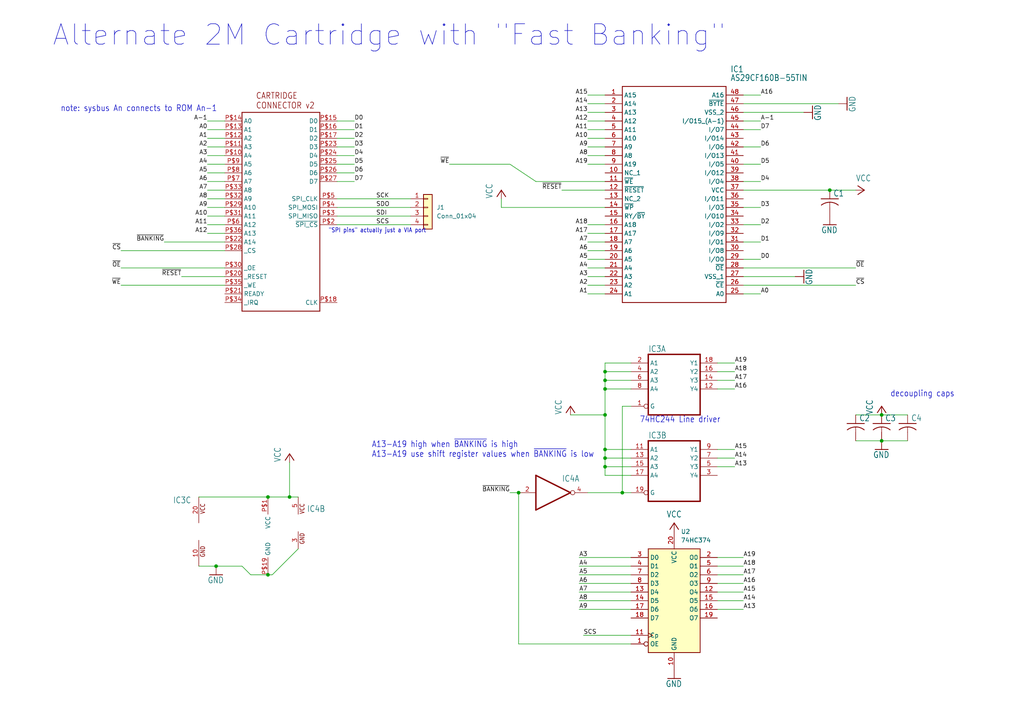
<source format=kicad_sch>
(kicad_sch (version 20230121) (generator eeschema)

  (uuid efb4bb42-9307-46c9-89da-d677369b1356)

  (paper "User" 300.914 210.058)

  (lib_symbols
    (symbol "74xx:74HC374" (in_bom yes) (on_board yes)
      (property "Reference" "U" (at -7.62 16.51 0)
        (effects (font (size 1.27 1.27)))
      )
      (property "Value" "74HC374" (at -7.62 -16.51 0)
        (effects (font (size 1.27 1.27)))
      )
      (property "Footprint" "" (at 0 0 0)
        (effects (font (size 1.27 1.27)) hide)
      )
      (property "Datasheet" "https://www.ti.com/lit/ds/symlink/cd74hct374.pdf" (at 0 0 0)
        (effects (font (size 1.27 1.27)) hide)
      )
      (property "ki_keywords" "HCMOS DFF DFF8 REG 3State" (at 0 0 0)
        (effects (font (size 1.27 1.27)) hide)
      )
      (property "ki_description" "8-bit Register, 3-state outputs" (at 0 0 0)
        (effects (font (size 1.27 1.27)) hide)
      )
      (property "ki_fp_filters" "DIP?20* SOIC?20* SO?20*" (at 0 0 0)
        (effects (font (size 1.27 1.27)) hide)
      )
      (symbol "74HC374_1_0"
        (pin input inverted (at -12.7 -12.7 0) (length 5.08)
          (name "OE" (effects (font (size 1.27 1.27))))
          (number "1" (effects (font (size 1.27 1.27))))
        )
        (pin power_in line (at 0 -20.32 90) (length 5.08)
          (name "GND" (effects (font (size 1.27 1.27))))
          (number "10" (effects (font (size 1.27 1.27))))
        )
        (pin input clock (at -12.7 -10.16 0) (length 5.08)
          (name "Cp" (effects (font (size 1.27 1.27))))
          (number "11" (effects (font (size 1.27 1.27))))
        )
        (pin tri_state line (at 12.7 2.54 180) (length 5.08)
          (name "O4" (effects (font (size 1.27 1.27))))
          (number "12" (effects (font (size 1.27 1.27))))
        )
        (pin input line (at -12.7 2.54 0) (length 5.08)
          (name "D4" (effects (font (size 1.27 1.27))))
          (number "13" (effects (font (size 1.27 1.27))))
        )
        (pin input line (at -12.7 0 0) (length 5.08)
          (name "D5" (effects (font (size 1.27 1.27))))
          (number "14" (effects (font (size 1.27 1.27))))
        )
        (pin tri_state line (at 12.7 0 180) (length 5.08)
          (name "O5" (effects (font (size 1.27 1.27))))
          (number "15" (effects (font (size 1.27 1.27))))
        )
        (pin tri_state line (at 12.7 -2.54 180) (length 5.08)
          (name "O6" (effects (font (size 1.27 1.27))))
          (number "16" (effects (font (size 1.27 1.27))))
        )
        (pin input line (at -12.7 -2.54 0) (length 5.08)
          (name "D6" (effects (font (size 1.27 1.27))))
          (number "17" (effects (font (size 1.27 1.27))))
        )
        (pin input line (at -12.7 -5.08 0) (length 5.08)
          (name "D7" (effects (font (size 1.27 1.27))))
          (number "18" (effects (font (size 1.27 1.27))))
        )
        (pin tri_state line (at 12.7 -5.08 180) (length 5.08)
          (name "O7" (effects (font (size 1.27 1.27))))
          (number "19" (effects (font (size 1.27 1.27))))
        )
        (pin tri_state line (at 12.7 12.7 180) (length 5.08)
          (name "O0" (effects (font (size 1.27 1.27))))
          (number "2" (effects (font (size 1.27 1.27))))
        )
        (pin power_in line (at 0 20.32 270) (length 5.08)
          (name "VCC" (effects (font (size 1.27 1.27))))
          (number "20" (effects (font (size 1.27 1.27))))
        )
        (pin input line (at -12.7 12.7 0) (length 5.08)
          (name "D0" (effects (font (size 1.27 1.27))))
          (number "3" (effects (font (size 1.27 1.27))))
        )
        (pin input line (at -12.7 10.16 0) (length 5.08)
          (name "D1" (effects (font (size 1.27 1.27))))
          (number "4" (effects (font (size 1.27 1.27))))
        )
        (pin tri_state line (at 12.7 10.16 180) (length 5.08)
          (name "O1" (effects (font (size 1.27 1.27))))
          (number "5" (effects (font (size 1.27 1.27))))
        )
        (pin tri_state line (at 12.7 7.62 180) (length 5.08)
          (name "O2" (effects (font (size 1.27 1.27))))
          (number "6" (effects (font (size 1.27 1.27))))
        )
        (pin input line (at -12.7 7.62 0) (length 5.08)
          (name "D2" (effects (font (size 1.27 1.27))))
          (number "7" (effects (font (size 1.27 1.27))))
        )
        (pin input line (at -12.7 5.08 0) (length 5.08)
          (name "D3" (effects (font (size 1.27 1.27))))
          (number "8" (effects (font (size 1.27 1.27))))
        )
        (pin tri_state line (at 12.7 5.08 180) (length 5.08)
          (name "O3" (effects (font (size 1.27 1.27))))
          (number "9" (effects (font (size 1.27 1.27))))
        )
      )
      (symbol "74HC374_1_1"
        (rectangle (start -7.62 15.24) (end 7.62 -15.24)
          (stroke (width 0.254) (type default))
          (fill (type background))
        )
      )
    )
    (symbol "Connector_Generic:Conn_01x04" (pin_names (offset 1.016) hide) (in_bom yes) (on_board yes)
      (property "Reference" "J" (at 0 5.08 0)
        (effects (font (size 1.27 1.27)))
      )
      (property "Value" "Conn_01x04" (at 0 -7.62 0)
        (effects (font (size 1.27 1.27)))
      )
      (property "Footprint" "" (at 0 0 0)
        (effects (font (size 1.27 1.27)) hide)
      )
      (property "Datasheet" "~" (at 0 0 0)
        (effects (font (size 1.27 1.27)) hide)
      )
      (property "ki_keywords" "connector" (at 0 0 0)
        (effects (font (size 1.27 1.27)) hide)
      )
      (property "ki_description" "Generic connector, single row, 01x04, script generated (kicad-library-utils/schlib/autogen/connector/)" (at 0 0 0)
        (effects (font (size 1.27 1.27)) hide)
      )
      (property "ki_fp_filters" "Connector*:*_1x??_*" (at 0 0 0)
        (effects (font (size 1.27 1.27)) hide)
      )
      (symbol "Conn_01x04_1_1"
        (rectangle (start -1.27 -4.953) (end 0 -5.207)
          (stroke (width 0.1524) (type default))
          (fill (type none))
        )
        (rectangle (start -1.27 -2.413) (end 0 -2.667)
          (stroke (width 0.1524) (type default))
          (fill (type none))
        )
        (rectangle (start -1.27 0.127) (end 0 -0.127)
          (stroke (width 0.1524) (type default))
          (fill (type none))
        )
        (rectangle (start -1.27 2.667) (end 0 2.413)
          (stroke (width 0.1524) (type default))
          (fill (type none))
        )
        (rectangle (start -1.27 3.81) (end 1.27 -6.35)
          (stroke (width 0.254) (type default))
          (fill (type background))
        )
        (pin passive line (at -5.08 2.54 0) (length 3.81)
          (name "Pin_1" (effects (font (size 1.27 1.27))))
          (number "1" (effects (font (size 1.27 1.27))))
        )
        (pin passive line (at -5.08 0 0) (length 3.81)
          (name "Pin_2" (effects (font (size 1.27 1.27))))
          (number "2" (effects (font (size 1.27 1.27))))
        )
        (pin passive line (at -5.08 -2.54 0) (length 3.81)
          (name "Pin_3" (effects (font (size 1.27 1.27))))
          (number "3" (effects (font (size 1.27 1.27))))
        )
        (pin passive line (at -5.08 -5.08 0) (length 3.81)
          (name "Pin_4" (effects (font (size 1.27 1.27))))
          (number "4" (effects (font (size 1.27 1.27))))
        )
      )
    )
    (symbol "FlashCardBanked2M-eagle-import:741G04DBV" (in_bom yes) (on_board yes)
      (property "Reference" "IC" (at -0.635 -0.635 0)
        (effects (font (size 1.778 1.5113)) (justify left bottom))
      )
      (property "Value" "" (at 2.54 -5.08 0)
        (effects (font (size 1.778 1.5113)) (justify left bottom) hide)
      )
      (property "Footprint" "FlashCardBanked2M:SOT23-5" (at 0 0 0)
        (effects (font (size 1.27 1.27)) hide)
      )
      (property "Datasheet" "" (at 0 0 0)
        (effects (font (size 1.27 1.27)) hide)
      )
      (property "ki_locked" "" (at 0 0 0)
        (effects (font (size 1.27 1.27)))
      )
      (symbol "741G04DBV_1_0"
        (polyline
          (pts
            (xy -5.08 -5.08)
            (xy -5.08 5.08)
          )
          (stroke (width 0.4064) (type solid))
          (fill (type none))
        )
        (polyline
          (pts
            (xy -5.08 5.08)
            (xy 5.08 0)
          )
          (stroke (width 0.4064) (type solid))
          (fill (type none))
        )
        (polyline
          (pts
            (xy 5.08 0)
            (xy -5.08 -5.08)
          )
          (stroke (width 0.4064) (type solid))
          (fill (type none))
        )
        (pin input line (at -10.16 0 0) (length 5.08)
          (name "I" (effects (font (size 0 0))))
          (number "2" (effects (font (size 1.27 1.27))))
        )
        (pin output inverted (at 10.16 0 180) (length 5.08)
          (name "O" (effects (font (size 0 0))))
          (number "4" (effects (font (size 1.27 1.27))))
        )
      )
      (symbol "741G04DBV_2_0"
        (text "GND" (at 1.905 -6.35 900)
          (effects (font (size 1.27 1.0795)) (justify left bottom))
        )
        (text "VCC" (at 1.905 2.54 900)
          (effects (font (size 1.27 1.0795)) (justify left bottom))
        )
        (pin power_in line (at 0 -7.62 90) (length 5.08)
          (name "GND" (effects (font (size 0 0))))
          (number "3" (effects (font (size 1.27 1.27))))
        )
        (pin power_in line (at 0 7.62 270) (length 5.08)
          (name "VCC" (effects (font (size 0 0))))
          (number "5" (effects (font (size 1.27 1.27))))
        )
      )
    )
    (symbol "FlashCardBanked2M-eagle-import:74244DW" (in_bom yes) (on_board yes)
      (property "Reference" "IC" (at -0.635 -0.635 0)
        (effects (font (size 1.778 1.5113)) (justify left bottom))
      )
      (property "Value" "" (at -7.62 -12.7 0)
        (effects (font (size 1.778 1.5113)) (justify left bottom) hide)
      )
      (property "Footprint" "FlashCardBanked2M:SO20W" (at 0 0 0)
        (effects (font (size 1.27 1.27)) hide)
      )
      (property "Datasheet" "" (at 0 0 0)
        (effects (font (size 1.27 1.27)) hide)
      )
      (property "ki_locked" "" (at 0 0 0)
        (effects (font (size 1.27 1.27)))
      )
      (symbol "74244DW_1_0"
        (polyline
          (pts
            (xy -7.62 -10.16)
            (xy 7.62 -10.16)
          )
          (stroke (width 0.4064) (type solid))
          (fill (type none))
        )
        (polyline
          (pts
            (xy -7.62 7.62)
            (xy -7.62 -10.16)
          )
          (stroke (width 0.4064) (type solid))
          (fill (type none))
        )
        (polyline
          (pts
            (xy 7.62 -10.16)
            (xy 7.62 7.62)
          )
          (stroke (width 0.4064) (type solid))
          (fill (type none))
        )
        (polyline
          (pts
            (xy 7.62 7.62)
            (xy -7.62 7.62)
          )
          (stroke (width 0.4064) (type solid))
          (fill (type none))
        )
        (pin input inverted (at -12.7 -7.62 0) (length 5.08)
          (name "G" (effects (font (size 1.27 1.27))))
          (number "1" (effects (font (size 1.27 1.27))))
        )
        (pin tri_state line (at 12.7 -2.54 180) (length 5.08)
          (name "Y4" (effects (font (size 1.27 1.27))))
          (number "12" (effects (font (size 1.27 1.27))))
        )
        (pin tri_state line (at 12.7 0 180) (length 5.08)
          (name "Y3" (effects (font (size 1.27 1.27))))
          (number "14" (effects (font (size 1.27 1.27))))
        )
        (pin tri_state line (at 12.7 2.54 180) (length 5.08)
          (name "Y2" (effects (font (size 1.27 1.27))))
          (number "16" (effects (font (size 1.27 1.27))))
        )
        (pin tri_state line (at 12.7 5.08 180) (length 5.08)
          (name "Y1" (effects (font (size 1.27 1.27))))
          (number "18" (effects (font (size 1.27 1.27))))
        )
        (pin input line (at -12.7 5.08 0) (length 5.08)
          (name "A1" (effects (font (size 1.27 1.27))))
          (number "2" (effects (font (size 1.27 1.27))))
        )
        (pin input line (at -12.7 2.54 0) (length 5.08)
          (name "A2" (effects (font (size 1.27 1.27))))
          (number "4" (effects (font (size 1.27 1.27))))
        )
        (pin input line (at -12.7 0 0) (length 5.08)
          (name "A3" (effects (font (size 1.27 1.27))))
          (number "6" (effects (font (size 1.27 1.27))))
        )
        (pin input line (at -12.7 -2.54 0) (length 5.08)
          (name "A4" (effects (font (size 1.27 1.27))))
          (number "8" (effects (font (size 1.27 1.27))))
        )
      )
      (symbol "74244DW_2_0"
        (polyline
          (pts
            (xy -7.62 -10.16)
            (xy 7.62 -10.16)
          )
          (stroke (width 0.4064) (type solid))
          (fill (type none))
        )
        (polyline
          (pts
            (xy -7.62 7.62)
            (xy -7.62 -10.16)
          )
          (stroke (width 0.4064) (type solid))
          (fill (type none))
        )
        (polyline
          (pts
            (xy 7.62 -10.16)
            (xy 7.62 7.62)
          )
          (stroke (width 0.4064) (type solid))
          (fill (type none))
        )
        (polyline
          (pts
            (xy 7.62 7.62)
            (xy -7.62 7.62)
          )
          (stroke (width 0.4064) (type solid))
          (fill (type none))
        )
        (pin input line (at -12.7 5.08 0) (length 5.08)
          (name "A1" (effects (font (size 1.27 1.27))))
          (number "11" (effects (font (size 1.27 1.27))))
        )
        (pin input line (at -12.7 2.54 0) (length 5.08)
          (name "A2" (effects (font (size 1.27 1.27))))
          (number "13" (effects (font (size 1.27 1.27))))
        )
        (pin input line (at -12.7 0 0) (length 5.08)
          (name "A3" (effects (font (size 1.27 1.27))))
          (number "15" (effects (font (size 1.27 1.27))))
        )
        (pin input line (at -12.7 -2.54 0) (length 5.08)
          (name "A4" (effects (font (size 1.27 1.27))))
          (number "17" (effects (font (size 1.27 1.27))))
        )
        (pin input inverted (at -12.7 -7.62 0) (length 5.08)
          (name "G" (effects (font (size 1.27 1.27))))
          (number "19" (effects (font (size 1.27 1.27))))
        )
        (pin tri_state line (at 12.7 -2.54 180) (length 5.08)
          (name "Y4" (effects (font (size 1.27 1.27))))
          (number "3" (effects (font (size 1.27 1.27))))
        )
        (pin tri_state line (at 12.7 0 180) (length 5.08)
          (name "Y3" (effects (font (size 1.27 1.27))))
          (number "5" (effects (font (size 1.27 1.27))))
        )
        (pin tri_state line (at 12.7 2.54 180) (length 5.08)
          (name "Y2" (effects (font (size 1.27 1.27))))
          (number "7" (effects (font (size 1.27 1.27))))
        )
        (pin tri_state line (at 12.7 5.08 180) (length 5.08)
          (name "Y1" (effects (font (size 1.27 1.27))))
          (number "9" (effects (font (size 1.27 1.27))))
        )
      )
      (symbol "74244DW_3_0"
        (text "GND" (at 1.905 -7.62 900)
          (effects (font (size 1.27 1.0795)) (justify left bottom))
        )
        (text "VCC" (at 1.905 5.08 900)
          (effects (font (size 1.27 1.0795)) (justify left bottom))
        )
        (pin power_in line (at 0 -10.16 90) (length 7.62)
          (name "GND" (effects (font (size 0 0))))
          (number "10" (effects (font (size 1.27 1.27))))
        )
        (pin power_in line (at 0 10.16 270) (length 7.62)
          (name "VCC" (effects (font (size 0 0))))
          (number "20" (effects (font (size 1.27 1.27))))
        )
      )
    )
    (symbol "FlashCardBanked2M-eagle-import:AS29CF160B-55TIN" (in_bom yes) (on_board yes)
      (property "Reference" "IC" (at 36.83 7.62 0)
        (effects (font (size 1.778 1.5113)) (justify left))
      )
      (property "Value" "" (at 36.83 5.08 0)
        (effects (font (size 1.778 1.5113)) (justify left))
      )
      (property "Footprint" "FlashCardBanked2M:SOP50P2000X120-48N" (at 0 0 0)
        (effects (font (size 1.27 1.27)) hide)
      )
      (property "Datasheet" "" (at 0 0 0)
        (effects (font (size 1.27 1.27)) hide)
      )
      (property "ki_locked" "" (at 0 0 0)
        (effects (font (size 1.27 1.27)))
      )
      (symbol "AS29CF160B-55TIN_1_0"
        (polyline
          (pts
            (xy 5.08 2.54)
            (xy 5.08 -60.96)
          )
          (stroke (width 0.254) (type solid))
          (fill (type none))
        )
        (polyline
          (pts
            (xy 5.08 2.54)
            (xy 35.56 2.54)
          )
          (stroke (width 0.254) (type solid))
          (fill (type none))
        )
        (polyline
          (pts
            (xy 35.56 -60.96)
            (xy 5.08 -60.96)
          )
          (stroke (width 0.254) (type solid))
          (fill (type none))
        )
        (polyline
          (pts
            (xy 35.56 -60.96)
            (xy 35.56 2.54)
          )
          (stroke (width 0.254) (type solid))
          (fill (type none))
        )
        (pin bidirectional line (at 0 0 0) (length 5.08)
          (name "A15" (effects (font (size 1.27 1.27))))
          (number "1" (effects (font (size 1.27 1.27))))
        )
        (pin bidirectional line (at 0 -22.86 0) (length 5.08)
          (name "NC_1" (effects (font (size 1.27 1.27))))
          (number "10" (effects (font (size 1.27 1.27))))
        )
        (pin bidirectional line (at 0 -25.4 0) (length 5.08)
          (name "~{WE}" (effects (font (size 1.27 1.27))))
          (number "11" (effects (font (size 1.27 1.27))))
        )
        (pin bidirectional line (at 0 -27.94 0) (length 5.08)
          (name "~{RESET}" (effects (font (size 1.27 1.27))))
          (number "12" (effects (font (size 1.27 1.27))))
        )
        (pin bidirectional line (at 0 -30.48 0) (length 5.08)
          (name "NC_2" (effects (font (size 1.27 1.27))))
          (number "13" (effects (font (size 1.27 1.27))))
        )
        (pin bidirectional line (at 0 -33.02 0) (length 5.08)
          (name "~{WP}" (effects (font (size 1.27 1.27))))
          (number "14" (effects (font (size 1.27 1.27))))
        )
        (pin bidirectional line (at 0 -35.56 0) (length 5.08)
          (name "RY/~{BY}" (effects (font (size 1.27 1.27))))
          (number "15" (effects (font (size 1.27 1.27))))
        )
        (pin bidirectional line (at 0 -38.1 0) (length 5.08)
          (name "A18" (effects (font (size 1.27 1.27))))
          (number "16" (effects (font (size 1.27 1.27))))
        )
        (pin bidirectional line (at 0 -40.64 0) (length 5.08)
          (name "A17" (effects (font (size 1.27 1.27))))
          (number "17" (effects (font (size 1.27 1.27))))
        )
        (pin bidirectional line (at 0 -43.18 0) (length 5.08)
          (name "A7" (effects (font (size 1.27 1.27))))
          (number "18" (effects (font (size 1.27 1.27))))
        )
        (pin bidirectional line (at 0 -45.72 0) (length 5.08)
          (name "A6" (effects (font (size 1.27 1.27))))
          (number "19" (effects (font (size 1.27 1.27))))
        )
        (pin bidirectional line (at 0 -2.54 0) (length 5.08)
          (name "A14" (effects (font (size 1.27 1.27))))
          (number "2" (effects (font (size 1.27 1.27))))
        )
        (pin bidirectional line (at 0 -48.26 0) (length 5.08)
          (name "A5" (effects (font (size 1.27 1.27))))
          (number "20" (effects (font (size 1.27 1.27))))
        )
        (pin bidirectional line (at 0 -50.8 0) (length 5.08)
          (name "A4" (effects (font (size 1.27 1.27))))
          (number "21" (effects (font (size 1.27 1.27))))
        )
        (pin bidirectional line (at 0 -53.34 0) (length 5.08)
          (name "A3" (effects (font (size 1.27 1.27))))
          (number "22" (effects (font (size 1.27 1.27))))
        )
        (pin bidirectional line (at 0 -55.88 0) (length 5.08)
          (name "A2" (effects (font (size 1.27 1.27))))
          (number "23" (effects (font (size 1.27 1.27))))
        )
        (pin bidirectional line (at 0 -58.42 0) (length 5.08)
          (name "A1" (effects (font (size 1.27 1.27))))
          (number "24" (effects (font (size 1.27 1.27))))
        )
        (pin bidirectional line (at 40.64 -58.42 180) (length 5.08)
          (name "A0" (effects (font (size 1.27 1.27))))
          (number "25" (effects (font (size 1.27 1.27))))
        )
        (pin bidirectional line (at 40.64 -55.88 180) (length 5.08)
          (name "~{CE}" (effects (font (size 1.27 1.27))))
          (number "26" (effects (font (size 1.27 1.27))))
        )
        (pin bidirectional line (at 40.64 -53.34 180) (length 5.08)
          (name "VSS_1" (effects (font (size 1.27 1.27))))
          (number "27" (effects (font (size 1.27 1.27))))
        )
        (pin bidirectional line (at 40.64 -50.8 180) (length 5.08)
          (name "~{OE}" (effects (font (size 1.27 1.27))))
          (number "28" (effects (font (size 1.27 1.27))))
        )
        (pin bidirectional line (at 40.64 -48.26 180) (length 5.08)
          (name "I/O0" (effects (font (size 1.27 1.27))))
          (number "29" (effects (font (size 1.27 1.27))))
        )
        (pin bidirectional line (at 0 -5.08 0) (length 5.08)
          (name "A13" (effects (font (size 1.27 1.27))))
          (number "3" (effects (font (size 1.27 1.27))))
        )
        (pin bidirectional line (at 40.64 -45.72 180) (length 5.08)
          (name "I/O8" (effects (font (size 1.27 1.27))))
          (number "30" (effects (font (size 1.27 1.27))))
        )
        (pin bidirectional line (at 40.64 -43.18 180) (length 5.08)
          (name "I/O1" (effects (font (size 1.27 1.27))))
          (number "31" (effects (font (size 1.27 1.27))))
        )
        (pin bidirectional line (at 40.64 -40.64 180) (length 5.08)
          (name "I/O9" (effects (font (size 1.27 1.27))))
          (number "32" (effects (font (size 1.27 1.27))))
        )
        (pin bidirectional line (at 40.64 -38.1 180) (length 5.08)
          (name "I/O2" (effects (font (size 1.27 1.27))))
          (number "33" (effects (font (size 1.27 1.27))))
        )
        (pin bidirectional line (at 40.64 -35.56 180) (length 5.08)
          (name "I/O10" (effects (font (size 1.27 1.27))))
          (number "34" (effects (font (size 1.27 1.27))))
        )
        (pin bidirectional line (at 40.64 -33.02 180) (length 5.08)
          (name "I/O3" (effects (font (size 1.27 1.27))))
          (number "35" (effects (font (size 1.27 1.27))))
        )
        (pin bidirectional line (at 40.64 -30.48 180) (length 5.08)
          (name "I/O11" (effects (font (size 1.27 1.27))))
          (number "36" (effects (font (size 1.27 1.27))))
        )
        (pin bidirectional line (at 40.64 -27.94 180) (length 5.08)
          (name "VCC" (effects (font (size 1.27 1.27))))
          (number "37" (effects (font (size 1.27 1.27))))
        )
        (pin bidirectional line (at 40.64 -25.4 180) (length 5.08)
          (name "I/O4" (effects (font (size 1.27 1.27))))
          (number "38" (effects (font (size 1.27 1.27))))
        )
        (pin bidirectional line (at 40.64 -22.86 180) (length 5.08)
          (name "I/O12" (effects (font (size 1.27 1.27))))
          (number "39" (effects (font (size 1.27 1.27))))
        )
        (pin bidirectional line (at 0 -7.62 0) (length 5.08)
          (name "A12" (effects (font (size 1.27 1.27))))
          (number "4" (effects (font (size 1.27 1.27))))
        )
        (pin bidirectional line (at 40.64 -20.32 180) (length 5.08)
          (name "I/O5" (effects (font (size 1.27 1.27))))
          (number "40" (effects (font (size 1.27 1.27))))
        )
        (pin bidirectional line (at 40.64 -17.78 180) (length 5.08)
          (name "I/O13" (effects (font (size 1.27 1.27))))
          (number "41" (effects (font (size 1.27 1.27))))
        )
        (pin bidirectional line (at 40.64 -15.24 180) (length 5.08)
          (name "I/O6" (effects (font (size 1.27 1.27))))
          (number "42" (effects (font (size 1.27 1.27))))
        )
        (pin bidirectional line (at 40.64 -12.7 180) (length 5.08)
          (name "I/O14" (effects (font (size 1.27 1.27))))
          (number "43" (effects (font (size 1.27 1.27))))
        )
        (pin bidirectional line (at 40.64 -10.16 180) (length 5.08)
          (name "I/O7" (effects (font (size 1.27 1.27))))
          (number "44" (effects (font (size 1.27 1.27))))
        )
        (pin bidirectional line (at 40.64 -7.62 180) (length 5.08)
          (name "I/O15_(A-1)" (effects (font (size 1.27 1.27))))
          (number "45" (effects (font (size 1.27 1.27))))
        )
        (pin bidirectional line (at 40.64 -5.08 180) (length 5.08)
          (name "VSS_2" (effects (font (size 1.27 1.27))))
          (number "46" (effects (font (size 1.27 1.27))))
        )
        (pin bidirectional line (at 40.64 -2.54 180) (length 5.08)
          (name "~{BYTE}" (effects (font (size 1.27 1.27))))
          (number "47" (effects (font (size 1.27 1.27))))
        )
        (pin bidirectional line (at 40.64 0 180) (length 5.08)
          (name "A16" (effects (font (size 1.27 1.27))))
          (number "48" (effects (font (size 1.27 1.27))))
        )
        (pin bidirectional line (at 0 -10.16 0) (length 5.08)
          (name "A11" (effects (font (size 1.27 1.27))))
          (number "5" (effects (font (size 1.27 1.27))))
        )
        (pin bidirectional line (at 0 -12.7 0) (length 5.08)
          (name "A10" (effects (font (size 1.27 1.27))))
          (number "6" (effects (font (size 1.27 1.27))))
        )
        (pin bidirectional line (at 0 -15.24 0) (length 5.08)
          (name "A9" (effects (font (size 1.27 1.27))))
          (number "7" (effects (font (size 1.27 1.27))))
        )
        (pin bidirectional line (at 0 -17.78 0) (length 5.08)
          (name "A8" (effects (font (size 1.27 1.27))))
          (number "8" (effects (font (size 1.27 1.27))))
        )
        (pin bidirectional line (at 0 -20.32 0) (length 5.08)
          (name "A19" (effects (font (size 1.27 1.27))))
          (number "9" (effects (font (size 1.27 1.27))))
        )
      )
    )
    (symbol "FlashCardBanked2M-eagle-import:C-USC0805" (in_bom yes) (on_board yes)
      (property "Reference" "C" (at 1.016 0.635 0)
        (effects (font (size 1.778 1.5113)) (justify left bottom))
      )
      (property "Value" "" (at 1.016 -4.191 0)
        (effects (font (size 1.778 1.5113)) (justify left bottom))
      )
      (property "Footprint" "FlashCardBanked2M:C0805" (at 0 0 0)
        (effects (font (size 1.27 1.27)) hide)
      )
      (property "Datasheet" "" (at 0 0 0)
        (effects (font (size 1.27 1.27)) hide)
      )
      (property "ki_locked" "" (at 0 0 0)
        (effects (font (size 1.27 1.27)))
      )
      (symbol "C-USC0805_1_0"
        (arc (start 0 -1.0161) (mid -1.302 -1.2303) (end -2.4668 -1.8504)
          (stroke (width 0.254) (type solid))
          (fill (type none))
        )
        (polyline
          (pts
            (xy -2.54 0)
            (xy 2.54 0)
          )
          (stroke (width 0.254) (type solid))
          (fill (type none))
        )
        (polyline
          (pts
            (xy 0 -1.016)
            (xy 0 -2.54)
          )
          (stroke (width 0.1524) (type solid))
          (fill (type none))
        )
        (arc (start 2.4892 -1.8541) (mid 1.3158 -1.2194) (end 0 -1)
          (stroke (width 0.254) (type solid))
          (fill (type none))
        )
        (pin passive line (at 0 2.54 270) (length 2.54)
          (name "1" (effects (font (size 0 0))))
          (number "1" (effects (font (size 0 0))))
        )
        (pin passive line (at 0 -5.08 90) (length 2.54)
          (name "2" (effects (font (size 0 0))))
          (number "2" (effects (font (size 0 0))))
        )
      )
    )
    (symbol "FlashCardBanked2M-eagle-import:GND" (power) (in_bom yes) (on_board yes)
      (property "Reference" "#GND" (at 0 0 0)
        (effects (font (size 1.27 1.27)) hide)
      )
      (property "Value" "GND" (at -2.54 -2.54 0)
        (effects (font (size 1.778 1.5113)) (justify left bottom))
      )
      (property "Footprint" "" (at 0 0 0)
        (effects (font (size 1.27 1.27)) hide)
      )
      (property "Datasheet" "" (at 0 0 0)
        (effects (font (size 1.27 1.27)) hide)
      )
      (property "ki_locked" "" (at 0 0 0)
        (effects (font (size 1.27 1.27)))
      )
      (symbol "GND_1_0"
        (polyline
          (pts
            (xy -1.905 0)
            (xy 1.905 0)
          )
          (stroke (width 0.254) (type solid))
          (fill (type none))
        )
        (pin power_in line (at 0 2.54 270) (length 2.54)
          (name "GND" (effects (font (size 0 0))))
          (number "1" (effects (font (size 0 0))))
        )
      )
    )
    (symbol "FlashCardBanked2M-eagle-import:GT_CART3GT_CARD" (in_bom yes) (on_board yes)
      (property "Reference" "" (at 0 0 0)
        (effects (font (size 1.27 1.27)) hide)
      )
      (property "Value" "" (at 0 0 0)
        (effects (font (size 1.27 1.27)) hide)
      )
      (property "Footprint" "FlashCardBanked2M:CARD36" (at 0 0 0)
        (effects (font (size 1.27 1.27)) hide)
      )
      (property "Datasheet" "" (at 0 0 0)
        (effects (font (size 1.27 1.27)) hide)
      )
      (property "ki_locked" "" (at 0 0 0)
        (effects (font (size 1.27 1.27)))
      )
      (symbol "GT_CART3GT_CARD_1_0"
        (pin power_in line (at 0 12.7 270) (length 5.08)
          (name "VCC" (effects (font (size 1.27 1.27))))
          (number "P$1" (effects (font (size 1.27 1.27))))
        )
        (pin power_in line (at 0 -10.16 90) (length 5.08)
          (name "GND" (effects (font (size 1.27 1.27))))
          (number "P$19" (effects (font (size 1.27 1.27))))
        )
      )
      (symbol "GT_CART3GT_CARD_2_0"
        (polyline
          (pts
            (xy -10.16 -35.56)
            (xy -10.16 22.86)
          )
          (stroke (width 0.254) (type solid))
          (fill (type none))
        )
        (polyline
          (pts
            (xy -10.16 22.86)
            (xy 12.7 22.86)
          )
          (stroke (width 0.254) (type solid))
          (fill (type none))
        )
        (polyline
          (pts
            (xy 12.7 -35.56)
            (xy -10.16 -35.56)
          )
          (stroke (width 0.254) (type solid))
          (fill (type none))
        )
        (polyline
          (pts
            (xy 12.7 22.86)
            (xy 12.7 -35.56)
          )
          (stroke (width 0.254) (type solid))
          (fill (type none))
        )
        (text "CARTRIDGE\nCONNECTOR v2" (at -6.096 23.876 0)
          (effects (font (size 1.778 1.5113)) (justify left bottom))
        )
        (pin bidirectional line (at -15.24 10.16 0) (length 5.08)
          (name "A4" (effects (font (size 1.27 1.27))))
          (number "P$10" (effects (font (size 1.27 1.27))))
        )
        (pin bidirectional line (at -15.24 12.7 0) (length 5.08)
          (name "A3" (effects (font (size 1.27 1.27))))
          (number "P$11" (effects (font (size 1.27 1.27))))
        )
        (pin bidirectional line (at -15.24 15.24 0) (length 5.08)
          (name "A2" (effects (font (size 1.27 1.27))))
          (number "P$12" (effects (font (size 1.27 1.27))))
        )
        (pin bidirectional line (at -15.24 17.78 0) (length 5.08)
          (name "A1" (effects (font (size 1.27 1.27))))
          (number "P$13" (effects (font (size 1.27 1.27))))
        )
        (pin bidirectional line (at -15.24 20.32 0) (length 5.08)
          (name "A0" (effects (font (size 1.27 1.27))))
          (number "P$14" (effects (font (size 1.27 1.27))))
        )
        (pin bidirectional line (at 17.78 20.32 180) (length 5.08)
          (name "D0" (effects (font (size 1.27 1.27))))
          (number "P$15" (effects (font (size 1.27 1.27))))
        )
        (pin bidirectional line (at 17.78 17.78 180) (length 5.08)
          (name "D1" (effects (font (size 1.27 1.27))))
          (number "P$16" (effects (font (size 1.27 1.27))))
        )
        (pin bidirectional line (at 17.78 15.24 180) (length 5.08)
          (name "D2" (effects (font (size 1.27 1.27))))
          (number "P$17" (effects (font (size 1.27 1.27))))
        )
        (pin bidirectional line (at 17.78 -33.02 180) (length 5.08)
          (name "CLK" (effects (font (size 1.27 1.27))))
          (number "P$18" (effects (font (size 1.27 1.27))))
        )
        (pin bidirectional line (at 17.78 -10.16 180) (length 5.08)
          (name "~{SPI_CS}" (effects (font (size 1.27 1.27))))
          (number "P$2" (effects (font (size 1.27 1.27))))
        )
        (pin bidirectional line (at -15.24 -25.4 0) (length 5.08)
          (name "_RESET" (effects (font (size 1.27 1.27))))
          (number "P$20" (effects (font (size 1.27 1.27))))
        )
        (pin bidirectional line (at -15.24 -30.48 0) (length 5.08)
          (name "READY" (effects (font (size 1.27 1.27))))
          (number "P$21" (effects (font (size 1.27 1.27))))
        )
        (pin bidirectional line (at -15.24 -15.24 0) (length 5.08)
          (name "A14" (effects (font (size 1.27 1.27))))
          (number "P$22" (effects (font (size 1.27 1.27))))
        )
        (pin bidirectional line (at 17.78 12.7 180) (length 5.08)
          (name "D3" (effects (font (size 1.27 1.27))))
          (number "P$23" (effects (font (size 1.27 1.27))))
        )
        (pin bidirectional line (at 17.78 10.16 180) (length 5.08)
          (name "D4" (effects (font (size 1.27 1.27))))
          (number "P$24" (effects (font (size 1.27 1.27))))
        )
        (pin bidirectional line (at 17.78 7.62 180) (length 5.08)
          (name "D5" (effects (font (size 1.27 1.27))))
          (number "P$25" (effects (font (size 1.27 1.27))))
        )
        (pin bidirectional line (at 17.78 5.08 180) (length 5.08)
          (name "D6" (effects (font (size 1.27 1.27))))
          (number "P$26" (effects (font (size 1.27 1.27))))
        )
        (pin bidirectional line (at 17.78 2.54 180) (length 5.08)
          (name "D7" (effects (font (size 1.27 1.27))))
          (number "P$27" (effects (font (size 1.27 1.27))))
        )
        (pin bidirectional line (at -15.24 -17.78 0) (length 5.08)
          (name "_CS" (effects (font (size 1.27 1.27))))
          (number "P$28" (effects (font (size 1.27 1.27))))
        )
        (pin bidirectional line (at -15.24 -5.08 0) (length 5.08)
          (name "A10" (effects (font (size 1.27 1.27))))
          (number "P$29" (effects (font (size 1.27 1.27))))
        )
        (pin bidirectional line (at 17.78 -7.62 180) (length 5.08)
          (name "SPI_MISO" (effects (font (size 1.27 1.27))))
          (number "P$3" (effects (font (size 1.27 1.27))))
        )
        (pin bidirectional line (at -15.24 -22.86 0) (length 5.08)
          (name "_OE" (effects (font (size 1.27 1.27))))
          (number "P$30" (effects (font (size 1.27 1.27))))
        )
        (pin bidirectional line (at -15.24 -7.62 0) (length 5.08)
          (name "A11" (effects (font (size 1.27 1.27))))
          (number "P$31" (effects (font (size 1.27 1.27))))
        )
        (pin bidirectional line (at -15.24 -2.54 0) (length 5.08)
          (name "A9" (effects (font (size 1.27 1.27))))
          (number "P$32" (effects (font (size 1.27 1.27))))
        )
        (pin bidirectional line (at -15.24 0 0) (length 5.08)
          (name "A8" (effects (font (size 1.27 1.27))))
          (number "P$33" (effects (font (size 1.27 1.27))))
        )
        (pin bidirectional line (at -15.24 -33.02 0) (length 5.08)
          (name "_IRQ" (effects (font (size 1.27 1.27))))
          (number "P$34" (effects (font (size 1.27 1.27))))
        )
        (pin bidirectional line (at -15.24 -27.94 0) (length 5.08)
          (name "_WE" (effects (font (size 1.27 1.27))))
          (number "P$35" (effects (font (size 1.27 1.27))))
        )
        (pin bidirectional line (at -15.24 -12.7 0) (length 5.08)
          (name "A13" (effects (font (size 1.27 1.27))))
          (number "P$36" (effects (font (size 1.27 1.27))))
        )
        (pin bidirectional line (at 17.78 -5.08 180) (length 5.08)
          (name "SPI_MOSI" (effects (font (size 1.27 1.27))))
          (number "P$4" (effects (font (size 1.27 1.27))))
        )
        (pin bidirectional line (at 17.78 -2.54 180) (length 5.08)
          (name "SPI_CLK" (effects (font (size 1.27 1.27))))
          (number "P$5" (effects (font (size 1.27 1.27))))
        )
        (pin bidirectional line (at -15.24 -10.16 0) (length 5.08)
          (name "A12" (effects (font (size 1.27 1.27))))
          (number "P$6" (effects (font (size 1.27 1.27))))
        )
        (pin bidirectional line (at -15.24 2.54 0) (length 5.08)
          (name "A7" (effects (font (size 1.27 1.27))))
          (number "P$7" (effects (font (size 1.27 1.27))))
        )
        (pin bidirectional line (at -15.24 5.08 0) (length 5.08)
          (name "A6" (effects (font (size 1.27 1.27))))
          (number "P$8" (effects (font (size 1.27 1.27))))
        )
        (pin bidirectional line (at -15.24 7.62 0) (length 5.08)
          (name "A5" (effects (font (size 1.27 1.27))))
          (number "P$9" (effects (font (size 1.27 1.27))))
        )
      )
    )
    (symbol "FlashCardBanked2M-eagle-import:VCC" (power) (in_bom yes) (on_board yes)
      (property "Reference" "#P+" (at 0 0 0)
        (effects (font (size 1.27 1.27)) hide)
      )
      (property "Value" "VCC" (at -2.54 -2.54 90)
        (effects (font (size 1.778 1.5113)) (justify left bottom))
      )
      (property "Footprint" "" (at 0 0 0)
        (effects (font (size 1.27 1.27)) hide)
      )
      (property "Datasheet" "" (at 0 0 0)
        (effects (font (size 1.27 1.27)) hide)
      )
      (property "ki_locked" "" (at 0 0 0)
        (effects (font (size 1.27 1.27)))
      )
      (symbol "VCC_1_0"
        (polyline
          (pts
            (xy 0 0)
            (xy -1.27 -1.905)
          )
          (stroke (width 0.254) (type solid))
          (fill (type none))
        )
        (polyline
          (pts
            (xy 1.27 -1.905)
            (xy 0 0)
          )
          (stroke (width 0.254) (type solid))
          (fill (type none))
        )
        (pin power_in line (at 0 -2.54 90) (length 2.54)
          (name "VCC" (effects (font (size 0 0))))
          (number "1" (effects (font (size 0 0))))
        )
      )
    )
  )

  (junction (at 259.08 129.54) (diameter 0) (color 0 0 0 0)
    (uuid 45a01d7c-58c3-4b5b-8b3c-88200ce0cbbe)
  )
  (junction (at 259.08 121.92) (diameter 0) (color 0 0 0 0)
    (uuid 4acaa14e-3115-4bde-9d80-00a528ec0e8e)
  )
  (junction (at 177.8 109.22) (diameter 0) (color 0 0 0 0)
    (uuid 5d87e2ee-b687-4706-8572-782229f83ba8)
  )
  (junction (at 177.8 111.76) (diameter 0) (color 0 0 0 0)
    (uuid 6f04a40b-096e-4ed9-b0a6-cf4c8a99b08f)
  )
  (junction (at 177.8 132.08) (diameter 0) (color 0 0 0 0)
    (uuid 7402f950-bd18-468b-88c1-157fff2034a5)
  )
  (junction (at 177.8 114.3) (diameter 0) (color 0 0 0 0)
    (uuid 77dbbd04-3868-4e36-a990-7ab4093315b1)
  )
  (junction (at 63.5 166.37) (diameter 0) (color 0 0 0 0)
    (uuid 80ad4e51-595f-4c02-af5d-445f6f167702)
  )
  (junction (at 177.8 121.92) (diameter 0) (color 0 0 0 0)
    (uuid 827b2447-b371-4d0d-8995-1dbb85437421)
  )
  (junction (at 177.8 137.16) (diameter 0) (color 0 0 0 0)
    (uuid 95ddfc5e-ad48-4a47-b9b6-7eb62934a17e)
  )
  (junction (at 85.09 146.05) (diameter 0) (color 0 0 0 0)
    (uuid 9c62480d-a700-459e-99fd-16c800c97879)
  )
  (junction (at 78.74 146.05) (diameter 0) (color 0 0 0 0)
    (uuid d023fe87-d2ca-462a-8298-11946e4427de)
  )
  (junction (at 177.8 134.62) (diameter 0) (color 0 0 0 0)
    (uuid db90d1d2-aa3a-42cd-ba46-5b387e50a543)
  )
  (junction (at 78.74 168.91) (diameter 0) (color 0 0 0 0)
    (uuid efd1c04d-dac5-4dfb-a722-09323cdeaa56)
  )
  (junction (at 182.88 144.78) (diameter 0) (color 0 0 0 0)
    (uuid f4fa3134-951a-489b-8412-11e07c79b998)
  )
  (junction (at 243.84 55.88) (diameter 0) (color 0 0 0 0)
    (uuid fc7a8863-fb7c-4048-9654-92fa6a541ab9)
  )
  (junction (at 152.4 144.78) (diameter 0) (color 0 0 0 0)
    (uuid fdeb192d-3e87-43cb-a55c-0dd51dd15d78)
  )

  (wire (pts (xy 177.8 35.56) (xy 172.72 35.56))
    (stroke (width 0.1524) (type solid))
    (uuid 0176ad0d-0034-4f1b-8e8a-f366dedea9b8)
  )
  (wire (pts (xy 177.8 73.66) (xy 172.72 73.66))
    (stroke (width 0.1524) (type solid))
    (uuid 0196414d-d612-4292-8297-50b96fc580b0)
  )
  (wire (pts (xy 259.08 121.92) (xy 266.7 121.92))
    (stroke (width 0.1524) (type solid))
    (uuid 01ff1bd4-65fd-4679-9f8c-dba19554fedc)
  )
  (wire (pts (xy 147.32 58.42) (xy 147.32 60.96))
    (stroke (width 0.1524) (type solid))
    (uuid 062aa999-fb78-4991-a268-8df6971c8762)
  )
  (wire (pts (xy 170.18 176.53) (xy 185.42 176.53))
    (stroke (width 0) (type default))
    (uuid 07e4b9d0-8839-4b88-abe5-416784ffc4ac)
  )
  (wire (pts (xy 132.08 48.26) (xy 139.7 48.26))
    (stroke (width 0.1524) (type solid))
    (uuid 09218075-7e10-4146-bbcb-ec76e64be4d1)
  )
  (wire (pts (xy 177.8 38.1) (xy 172.72 38.1))
    (stroke (width 0.1524) (type solid))
    (uuid 09a69257-d5a3-4e8a-a6e7-7e11929faa68)
  )
  (wire (pts (xy 85.09 135.89) (xy 85.09 146.05))
    (stroke (width 0) (type default))
    (uuid 0c0858b0-4f8a-4b89-b3e4-44eca6e89e30)
  )
  (wire (pts (xy 218.44 33.02) (xy 236.22 33.02))
    (stroke (width 0.1524) (type solid))
    (uuid 0e085c92-7538-43ff-baba-436135907553)
  )
  (wire (pts (xy 251.46 121.92) (xy 259.08 121.92))
    (stroke (width 0.1524) (type solid))
    (uuid 110392ea-1cc5-4700-a609-54961b476ae5)
  )
  (wire (pts (xy 218.44 35.56) (xy 223.52 35.56))
    (stroke (width 0.1524) (type solid))
    (uuid 1180244f-eb89-4c09-9844-84a3289f542a)
  )
  (wire (pts (xy 66.04 45.72) (xy 60.96 45.72))
    (stroke (width 0.1524) (type solid))
    (uuid 1223e818-cbe6-4466-ba8d-6a92552da9c2)
  )
  (wire (pts (xy 185.42 139.7) (xy 177.8 139.7))
    (stroke (width 0.1524) (type solid))
    (uuid 122acd39-b9c5-4823-83c3-6f17be7284df)
  )
  (wire (pts (xy 177.8 55.88) (xy 165.1 55.88))
    (stroke (width 0.1524) (type solid))
    (uuid 1b1dc3b9-dbbb-4fec-b9af-b7e24caebf12)
  )
  (wire (pts (xy 177.8 86.36) (xy 172.72 86.36))
    (stroke (width 0.1524) (type solid))
    (uuid 1cca3b97-6a7e-4da5-9435-bf53a28d6d31)
  )
  (wire (pts (xy 170.18 173.99) (xy 185.42 173.99))
    (stroke (width 0) (type default))
    (uuid 1dec3bbb-a112-4e56-b5bb-53199db259dd)
  )
  (wire (pts (xy 177.8 78.74) (xy 172.72 78.74))
    (stroke (width 0.1524) (type solid))
    (uuid 20de1691-9bf2-425f-a310-4f6c9f698ae8)
  )
  (wire (pts (xy 210.82 166.37) (xy 218.44 166.37))
    (stroke (width 0.1524) (type solid))
    (uuid 214ca2a2-d1a7-4882-981b-ec23ed290b41)
  )
  (wire (pts (xy 99.06 60.96) (xy 120.65 60.96))
    (stroke (width 0) (type default))
    (uuid 21ab7e75-e801-4be3-b337-45422046947b)
  )
  (wire (pts (xy 66.04 53.34) (xy 60.96 53.34))
    (stroke (width 0.1524) (type solid))
    (uuid 23ab9c00-7c24-465a-a532-a7879da40d5d)
  )
  (wire (pts (xy 99.06 50.8) (xy 104.14 50.8))
    (stroke (width 0.1524) (type solid))
    (uuid 287275ff-0127-442c-bf18-fa0b4dafc49d)
  )
  (wire (pts (xy 85.09 146.05) (xy 87.63 146.05))
    (stroke (width 0) (type default))
    (uuid 29dbeedd-5700-42ae-842a-2e7d2158dd92)
  )
  (wire (pts (xy 71.12 166.37) (xy 73.66 168.91))
    (stroke (width 0) (type default))
    (uuid 2d4fcad5-ebb9-4efb-b4e4-3236e17cf5ab)
  )
  (wire (pts (xy 99.06 66.04) (xy 120.65 66.04))
    (stroke (width 0) (type default))
    (uuid 2ef1d7c9-260a-4c7a-9d70-46d676129923)
  )
  (wire (pts (xy 182.88 144.78) (xy 182.88 119.38))
    (stroke (width 0.1524) (type solid))
    (uuid 2faae6d9-7fb2-426f-aa9f-0356b2047c27)
  )
  (wire (pts (xy 218.44 71.12) (xy 223.52 71.12))
    (stroke (width 0.1524) (type solid))
    (uuid 30a9639f-a2f4-4a7f-80e8-e13e39ee6b3d)
  )
  (wire (pts (xy 170.18 163.83) (xy 185.42 163.83))
    (stroke (width 0) (type default))
    (uuid 310f6f55-2b74-4ee7-af17-d18be47518ac)
  )
  (wire (pts (xy 177.8 111.76) (xy 177.8 114.3))
    (stroke (width 0.1524) (type solid))
    (uuid 31c6c902-b391-4a35-93e9-5605c9942d6b)
  )
  (wire (pts (xy 177.8 40.64) (xy 172.72 40.64))
    (stroke (width 0.1524) (type solid))
    (uuid 355cc7a6-1a5e-471d-ab06-94bc57ab4c56)
  )
  (wire (pts (xy 177.8 45.72) (xy 172.72 45.72))
    (stroke (width 0.1524) (type solid))
    (uuid 3a1e6e72-0f24-4968-9e98-b713893b3e66)
  )
  (wire (pts (xy 210.82 106.68) (xy 215.9 106.68))
    (stroke (width 0.1524) (type solid))
    (uuid 3c5fbb42-d0bc-472f-98a2-272a47b43375)
  )
  (wire (pts (xy 66.04 63.5) (xy 60.96 63.5))
    (stroke (width 0.1524) (type solid))
    (uuid 3ed1d1e1-fe0e-4c23-9b90-5cb593e5dc39)
  )
  (wire (pts (xy 171.45 186.69) (xy 185.42 186.69))
    (stroke (width 0) (type default))
    (uuid 4269788e-2cb6-4073-91a5-a871446e4ed8)
  )
  (wire (pts (xy 66.04 38.1) (xy 60.96 38.1))
    (stroke (width 0.1524) (type solid))
    (uuid 45ef4588-cecd-487e-93d6-6627132d3f55)
  )
  (wire (pts (xy 251.46 129.54) (xy 259.08 129.54))
    (stroke (width 0.1524) (type solid))
    (uuid 468c21bb-15a1-4138-8ecb-05e3985f0bf5)
  )
  (wire (pts (xy 218.44 55.88) (xy 243.84 55.88))
    (stroke (width 0.1524) (type solid))
    (uuid 492d8b87-0300-447b-96b5-5578c7b7bd98)
  )
  (wire (pts (xy 210.82 168.91) (xy 218.44 168.91))
    (stroke (width 0.1524) (type solid))
    (uuid 4d7ee082-49b5-4c98-9c31-f5397761515c)
  )
  (wire (pts (xy 177.8 114.3) (xy 177.8 121.92))
    (stroke (width 0.1524) (type solid))
    (uuid 5350f599-0ba3-4606-a4f2-e4aaf541470d)
  )
  (wire (pts (xy 218.44 38.1) (xy 223.52 38.1))
    (stroke (width 0.1524) (type solid))
    (uuid 545f61e8-97e8-4430-9519-da2293454a76)
  )
  (wire (pts (xy 152.4 144.78) (xy 149.86 144.78))
    (stroke (width 0.1524) (type solid))
    (uuid 55fc7059-1c14-43d4-baae-297df503b538)
  )
  (wire (pts (xy 99.06 35.56) (xy 104.14 35.56))
    (stroke (width 0.1524) (type solid))
    (uuid 560b17b5-9887-4d8e-ab96-7366e82aa1cc)
  )
  (wire (pts (xy 78.74 146.05) (xy 85.09 146.05))
    (stroke (width 0) (type default))
    (uuid 565bdad0-7ad3-4671-96fe-e2581fd7a2bd)
  )
  (wire (pts (xy 58.42 146.05) (xy 78.74 146.05))
    (stroke (width 0) (type default))
    (uuid 57a1d1af-5625-4b68-b297-4b647c8e0459)
  )
  (wire (pts (xy 210.82 179.07) (xy 218.44 179.07))
    (stroke (width 0.1524) (type solid))
    (uuid 5e7837a6-a267-445e-b266-aedd50b21f3a)
  )
  (wire (pts (xy 66.04 35.56) (xy 60.96 35.56))
    (stroke (width 0.1524) (type solid))
    (uuid 6045b963-5b4c-4d02-82a3-324d4a921107)
  )
  (wire (pts (xy 177.8 71.12) (xy 172.72 71.12))
    (stroke (width 0.1524) (type solid))
    (uuid 62c15833-2d69-4209-88a6-c74c008e0b1d)
  )
  (wire (pts (xy 99.06 38.1) (xy 104.14 38.1))
    (stroke (width 0.1524) (type solid))
    (uuid 647b8457-4688-4e33-93d4-92d924711988)
  )
  (wire (pts (xy 218.44 76.2) (xy 223.52 76.2))
    (stroke (width 0.1524) (type solid))
    (uuid 666fb9a3-d1b9-4ac2-aa74-2e6d067c7e46)
  )
  (wire (pts (xy 170.18 168.91) (xy 185.42 168.91))
    (stroke (width 0) (type default))
    (uuid 68be47d7-4798-4b02-aa00-f72caa20d41f)
  )
  (wire (pts (xy 218.44 86.36) (xy 223.52 86.36))
    (stroke (width 0.1524) (type solid))
    (uuid 6d84dffa-d87f-4a0a-bbf3-d541ae25ec24)
  )
  (wire (pts (xy 185.42 137.16) (xy 177.8 137.16))
    (stroke (width 0.1524) (type solid))
    (uuid 6e065491-da91-4813-94a9-53ac6f42ba08)
  )
  (wire (pts (xy 99.06 45.72) (xy 104.14 45.72))
    (stroke (width 0.1524) (type solid))
    (uuid 7337a9de-9929-4eb7-88e7-39f41b47f2d9)
  )
  (wire (pts (xy 99.06 63.5) (xy 120.65 63.5))
    (stroke (width 0) (type default))
    (uuid 73a5eb7b-ecb2-46bc-89ff-303184c7393b)
  )
  (wire (pts (xy 185.42 114.3) (xy 177.8 114.3))
    (stroke (width 0.1524) (type solid))
    (uuid 73bc2265-28fb-4e2e-afad-9177ecc86c6f)
  )
  (wire (pts (xy 73.66 168.91) (xy 78.74 168.91))
    (stroke (width 0) (type default))
    (uuid 73bf7d04-8926-45ee-91db-073bbd629513)
  )
  (wire (pts (xy 259.08 129.54) (xy 266.7 129.54))
    (stroke (width 0.1524) (type solid))
    (uuid 7653c895-a5ea-414f-89d6-7dffb4e0cf62)
  )
  (wire (pts (xy 177.8 76.2) (xy 172.72 76.2))
    (stroke (width 0.1524) (type solid))
    (uuid 7ad7dd44-b82c-478b-9010-15e3a2bf7997)
  )
  (wire (pts (xy 99.06 43.18) (xy 104.14 43.18))
    (stroke (width 0.1524) (type solid))
    (uuid 7bb0a603-54eb-4432-8f41-cd15c2f0354a)
  )
  (wire (pts (xy 66.04 78.74) (xy 35.56 78.74))
    (stroke (width 0.1524) (type solid))
    (uuid 7ec9e9d4-b552-49a3-8a39-06011a1e17bf)
  )
  (wire (pts (xy 177.8 83.82) (xy 172.72 83.82))
    (stroke (width 0.1524) (type solid))
    (uuid 80746d7b-be2e-4959-95b7-204e563c2e6c)
  )
  (wire (pts (xy 218.44 30.48) (xy 246.38 30.48))
    (stroke (width 0.1524) (type solid))
    (uuid 8651de81-ae6e-4e12-96a7-3f5fa8cb85a3)
  )
  (wire (pts (xy 218.44 83.82) (xy 251.46 83.82))
    (stroke (width 0.1524) (type solid))
    (uuid 868adc1a-76f5-48d2-894f-823d790474e8)
  )
  (wire (pts (xy 177.8 66.04) (xy 172.72 66.04))
    (stroke (width 0.1524) (type solid))
    (uuid 8709e08d-e87f-4724-8219-6102419b4e51)
  )
  (wire (pts (xy 218.44 27.94) (xy 223.52 27.94))
    (stroke (width 0.1524) (type solid))
    (uuid 87a09924-77a2-4a8e-865a-c3c24a837c64)
  )
  (wire (pts (xy 66.04 43.18) (xy 60.96 43.18))
    (stroke (width 0.1524) (type solid))
    (uuid 8b1cbf2c-93ce-4ee8-9803-f4314007b1d7)
  )
  (wire (pts (xy 210.82 171.45) (xy 218.44 171.45))
    (stroke (width 0.1524) (type solid))
    (uuid 8cadae47-bf56-472d-856e-9659cfb4f431)
  )
  (wire (pts (xy 139.7 48.26) (xy 149.86 48.26))
    (stroke (width 0) (type default))
    (uuid 8ceece41-09ff-46d6-a909-fe40790bcd9d)
  )
  (wire (pts (xy 177.8 27.94) (xy 172.72 27.94))
    (stroke (width 0.1524) (type solid))
    (uuid 8d1ddd46-7f40-4e7f-8980-8ae3f59cfd78)
  )
  (wire (pts (xy 210.82 109.22) (xy 215.9 109.22))
    (stroke (width 0.1524) (type solid))
    (uuid 8e3364b5-7291-4914-b159-af8fd2e5497e)
  )
  (wire (pts (xy 218.44 66.04) (xy 223.52 66.04))
    (stroke (width 0.1524) (type solid))
    (uuid 8f58a6b6-e22b-4cf8-bbaa-38cf203cd0b6)
  )
  (wire (pts (xy 182.88 119.38) (xy 185.42 119.38))
    (stroke (width 0.1524) (type solid))
    (uuid 92c2c08d-421f-4ad8-95cb-783352d443e1)
  )
  (wire (pts (xy 177.8 134.62) (xy 177.8 137.16))
    (stroke (width 0.1524) (type solid))
    (uuid 94ca0a4e-99dd-46e5-8005-fd5323c342f8)
  )
  (wire (pts (xy 177.8 30.48) (xy 172.72 30.48))
    (stroke (width 0.1524) (type solid))
    (uuid 973da1ad-f05e-4414-a93d-6330e68243f1)
  )
  (wire (pts (xy 66.04 83.82) (xy 35.56 83.82))
    (stroke (width 0.1524) (type solid))
    (uuid 982f767e-6888-4132-b833-9f7ccd984d5f)
  )
  (wire (pts (xy 185.42 109.22) (xy 177.8 109.22))
    (stroke (width 0.1524) (type solid))
    (uuid 987769ce-b34b-4bc5-9e4b-331eafe2b647)
  )
  (wire (pts (xy 170.18 179.07) (xy 185.42 179.07))
    (stroke (width 0) (type default))
    (uuid 996a73ef-48b8-4c50-bfc4-aa0e52af5028)
  )
  (wire (pts (xy 66.04 48.26) (xy 60.96 48.26))
    (stroke (width 0.1524) (type solid))
    (uuid 9b0ae75f-e284-465d-a842-78bc996e7238)
  )
  (wire (pts (xy 66.04 60.96) (xy 60.96 60.96))
    (stroke (width 0.1524) (type solid))
    (uuid 9bb87e79-9984-4121-a12c-c9022f2b48b9)
  )
  (wire (pts (xy 177.8 33.02) (xy 172.72 33.02))
    (stroke (width 0.1524) (type solid))
    (uuid 9c725006-5d5b-4112-8546-a7a0ac7100bc)
  )
  (wire (pts (xy 185.42 144.78) (xy 182.88 144.78))
    (stroke (width 0.1524) (type solid))
    (uuid 9f3ac5c0-062e-4973-916e-97e778eb5b57)
  )
  (wire (pts (xy 218.44 60.96) (xy 223.52 60.96))
    (stroke (width 0.1524) (type solid))
    (uuid a006a72a-d800-49b5-8fed-791096bb2993)
  )
  (wire (pts (xy 185.42 111.76) (xy 177.8 111.76))
    (stroke (width 0.1524) (type solid))
    (uuid a32c32ee-ac65-46a8-bc52-cc96ce295ab9)
  )
  (wire (pts (xy 66.04 68.58) (xy 60.96 68.58))
    (stroke (width 0.1524) (type solid))
    (uuid a43d5ffb-f1f6-46c1-a44d-727c55fa79a9)
  )
  (wire (pts (xy 177.8 121.92) (xy 177.8 132.08))
    (stroke (width 0.1524) (type solid))
    (uuid a52bc51f-980e-488c-940a-f6ced1961308)
  )
  (wire (pts (xy 177.8 109.22) (xy 177.8 111.76))
    (stroke (width 0.1524) (type solid))
    (uuid a888a628-6111-4fba-b249-076140023404)
  )
  (wire (pts (xy 210.82 137.16) (xy 215.9 137.16))
    (stroke (width 0.1524) (type solid))
    (uuid a9020c59-c1a6-458b-8875-c0be9ae70968)
  )
  (wire (pts (xy 167.64 121.92) (xy 177.8 121.92))
    (stroke (width 0.1524) (type solid))
    (uuid aab94a32-a69e-4283-a1d2-b5dc0440af7e)
  )
  (wire (pts (xy 63.5 166.37) (xy 71.12 166.37))
    (stroke (width 0) (type default))
    (uuid ab60117c-fc3e-45db-8c89-e9f7e10bac1c)
  )
  (wire (pts (xy 66.04 66.04) (xy 60.96 66.04))
    (stroke (width 0.1524) (type solid))
    (uuid affc7390-e14b-4c87-96eb-d5acf4a56425)
  )
  (wire (pts (xy 243.84 55.88) (xy 251.46 55.88))
    (stroke (width 0.1524) (type solid))
    (uuid b2fc5780-8d9b-4f16-8b00-732e7edd25a8)
  )
  (wire (pts (xy 66.04 50.8) (xy 60.96 50.8))
    (stroke (width 0.1524) (type solid))
    (uuid b3515220-a267-4e49-aab1-71c0d478deb8)
  )
  (wire (pts (xy 177.8 68.58) (xy 172.72 68.58))
    (stroke (width 0.1524) (type solid))
    (uuid b3acb833-940f-4714-8d13-2e9f33af1167)
  )
  (wire (pts (xy 170.18 171.45) (xy 185.42 171.45))
    (stroke (width 0) (type default))
    (uuid b4e8baf2-1153-4338-81f8-051765bde008)
  )
  (wire (pts (xy 218.44 48.26) (xy 223.52 48.26))
    (stroke (width 0.1524) (type solid))
    (uuid b8edda7d-6a0b-49bf-8f92-a874fbf34f04)
  )
  (wire (pts (xy 78.74 168.91) (xy 80.01 168.91))
    (stroke (width 0) (type default))
    (uuid b9fa1897-a8a9-4428-9d07-98abb1057f37)
  )
  (wire (pts (xy 177.8 132.08) (xy 177.8 134.62))
    (stroke (width 0.1524) (type solid))
    (uuid bd9b506e-582a-4892-b6e3-89b9a294371f)
  )
  (wire (pts (xy 210.82 134.62) (xy 215.9 134.62))
    (stroke (width 0.1524) (type solid))
    (uuid bddf5352-cfb5-4353-b27d-68773ab1c8da)
  )
  (wire (pts (xy 172.72 144.78) (xy 182.88 144.78))
    (stroke (width 0.1524) (type solid))
    (uuid c0bbd2a5-b617-4e45-9c8d-101b6e3625b5)
  )
  (wire (pts (xy 66.04 81.28) (xy 53.34 81.28))
    (stroke (width 0.1524) (type solid))
    (uuid c20a5cb9-ac8f-4034-8ad8-5a6c2b61b4e8)
  )
  (wire (pts (xy 58.42 166.37) (xy 63.5 166.37))
    (stroke (width 0) (type default))
    (uuid c237278e-90c5-4657-91f7-b906e0910288)
  )
  (wire (pts (xy 177.8 48.26) (xy 172.72 48.26))
    (stroke (width 0.1524) (type solid))
    (uuid c9ca2d72-35e9-4789-82b3-e7676c1325f8)
  )
  (wire (pts (xy 66.04 71.12) (xy 48.26 71.12))
    (stroke (width 0.1524) (type solid))
    (uuid cc6222b5-4d3b-4ce0-8436-28ab94c87936)
  )
  (wire (pts (xy 218.44 53.34) (xy 223.52 53.34))
    (stroke (width 0.1524) (type solid))
    (uuid cc8eff2d-bf5d-406a-889d-23c32eadcd82)
  )
  (wire (pts (xy 66.04 40.64) (xy 60.96 40.64))
    (stroke (width 0.1524) (type solid))
    (uuid ccf4e012-5436-4cf6-a333-762389dd0ad6)
  )
  (wire (pts (xy 185.42 134.62) (xy 177.8 134.62))
    (stroke (width 0.1524) (type solid))
    (uuid cd771023-3d36-4a12-a166-24a50f8dc1c3)
  )
  (wire (pts (xy 152.4 189.23) (xy 185.42 189.23))
    (stroke (width 0.1524) (type solid))
    (uuid cdd6df56-40dd-4309-a7e2-68e964557afb)
  )
  (wire (pts (xy 157.48 53.34) (xy 177.8 53.34))
    (stroke (width 0.1524) (type solid))
    (uuid cf7f3db2-3fcd-44ad-9dad-5bec99dfbc64)
  )
  (wire (pts (xy 80.01 168.91) (xy 87.63 161.29))
    (stroke (width 0) (type default))
    (uuid cf8b8766-b386-4781-a120-01502be1b155)
  )
  (wire (pts (xy 66.04 73.66) (xy 35.56 73.66))
    (stroke (width 0.1524) (type solid))
    (uuid d05585e1-2252-4964-b772-2cc810b91f4c)
  )
  (wire (pts (xy 147.32 60.96) (xy 177.8 60.96))
    (stroke (width 0.1524) (type solid))
    (uuid d202e3f6-e332-437d-b399-f35e4844c1ce)
  )
  (wire (pts (xy 99.06 48.26) (xy 104.14 48.26))
    (stroke (width 0.1524) (type solid))
    (uuid d239de36-e4d8-4e32-bbda-5b1dcd75489e)
  )
  (wire (pts (xy 66.04 55.88) (xy 60.96 55.88))
    (stroke (width 0.1524) (type solid))
    (uuid d490f965-9926-4648-a0e3-3a3c05be08f0)
  )
  (wire (pts (xy 152.4 144.78) (xy 152.4 189.23))
    (stroke (width 0.1524) (type solid))
    (uuid d4ba1958-5392-4726-a08c-0aa1c33d3a72)
  )
  (wire (pts (xy 99.06 53.34) (xy 104.14 53.34))
    (stroke (width 0.1524) (type solid))
    (uuid d54a75d1-72d3-4985-b754-f06b42ce71b5)
  )
  (wire (pts (xy 210.82 114.3) (xy 215.9 114.3))
    (stroke (width 0.1524) (type solid))
    (uuid d5cc801d-f5a7-48d7-932f-cfba42b4c0dd)
  )
  (wire (pts (xy 218.44 43.18) (xy 223.52 43.18))
    (stroke (width 0.1524) (type solid))
    (uuid d754edb5-3994-46aa-82cc-ac13d896ad29)
  )
  (wire (pts (xy 210.82 132.08) (xy 215.9 132.08))
    (stroke (width 0.1524) (type solid))
    (uuid d7cd33e4-75dd-4a1a-be26-99d7470f6c42)
  )
  (wire (pts (xy 210.82 111.76) (xy 215.9 111.76))
    (stroke (width 0.1524) (type solid))
    (uuid d9ccade3-707c-4a80-8bd9-36d0e724c137)
  )
  (wire (pts (xy 218.44 81.28) (xy 233.68 81.28))
    (stroke (width 0.1524) (type solid))
    (uuid da7ab083-5643-4cab-b487-e5667c484b4e)
  )
  (wire (pts (xy 218.44 78.74) (xy 251.46 78.74))
    (stroke (width 0.1524) (type solid))
    (uuid dce2e194-c52e-432e-9fb1-a4393fca9d96)
  )
  (wire (pts (xy 185.42 132.08) (xy 177.8 132.08))
    (stroke (width 0.1524) (type solid))
    (uuid de61e221-bc28-45c9-9d6b-b46d8e6cabcc)
  )
  (wire (pts (xy 177.8 43.18) (xy 172.72 43.18))
    (stroke (width 0.1524) (type solid))
    (uuid de92e9e3-dc62-4361-93ab-6f461c5297ff)
  )
  (wire (pts (xy 177.8 137.16) (xy 177.8 139.7))
    (stroke (width 0.1524) (type solid))
    (uuid e0e07498-213c-4034-aef1-bf942d46ded2)
  )
  (wire (pts (xy 99.06 40.64) (xy 104.14 40.64))
    (stroke (width 0.1524) (type solid))
    (uuid e1087cf1-24b9-46cf-b867-1be70b358129)
  )
  (wire (pts (xy 149.86 48.26) (xy 157.48 53.34))
    (stroke (width 0.1524) (type solid))
    (uuid e19af12f-1fbc-4706-b06b-2ecaabde3c05)
  )
  (wire (pts (xy 177.8 106.68) (xy 177.8 109.22))
    (stroke (width 0.1524) (type solid))
    (uuid e53aa8c8-13e3-44c8-8a84-2608d8b2fe18)
  )
  (wire (pts (xy 99.06 58.42) (xy 110.49 58.42))
    (stroke (width 0.1524) (type solid))
    (uuid e56191a6-486f-4e85-9abc-f81c52d188dc)
  )
  (wire (pts (xy 210.82 173.99) (xy 218.44 173.99))
    (stroke (width 0.1524) (type solid))
    (uuid e6cb7756-f98c-44df-b58e-caa65a315b5a)
  )
  (wire (pts (xy 185.42 106.68) (xy 177.8 106.68))
    (stroke (width 0.1524) (type solid))
    (uuid eda99c56-c98d-4ecd-966f-210102f10f9e)
  )
  (wire (pts (xy 177.8 81.28) (xy 172.72 81.28))
    (stroke (width 0.1524) (type solid))
    (uuid f05c327d-13ca-4452-8483-e2423c4942bb)
  )
  (wire (pts (xy 110.49 58.42) (xy 120.65 58.42))
    (stroke (width 0) (type default))
    (uuid f1d6797e-943d-494c-a02c-365d9e37e8f4)
  )
  (wire (pts (xy 170.18 166.37) (xy 185.42 166.37))
    (stroke (width 0) (type default))
    (uuid f32d98ef-2a49-4d2b-97b2-38bbcb728576)
  )
  (wire (pts (xy 210.82 176.53) (xy 218.44 176.53))
    (stroke (width 0.1524) (type solid))
    (uuid f3bceab0-bb08-4148-83eb-e3d3732c6c79)
  )
  (wire (pts (xy 210.82 163.83) (xy 218.44 163.83))
    (stroke (width 0.1524) (type solid))
    (uuid f545366a-1d64-440a-948a-63208396adbc)
  )
  (wire (pts (xy 66.04 58.42) (xy 60.96 58.42))
    (stroke (width 0.1524) (type solid))
    (uuid fdc6b280-62fc-45d7-bdd2-1e07a34f515a)
  )

  (text "decoupling caps" (at 261.62 116.84 0)
    (effects (font (size 1.778 1.5113)) (justify left bottom))
    (uuid 09e28b4f-6318-40fc-b4da-c5b5e1e4599c)
  )
  (text "Alternate 2M Cartridge with \"Fast Banking\"" (at 15.24 13.97 0)
    (effects (font (size 6 6)) (justify left bottom))
    (uuid 6b14aecc-4d04-4c78-83fd-e1f56111a05f)
  )
  (text "74HC244 Line driver" (at 187.96 124.46 0)
    (effects (font (size 1.778 1.5113)) (justify left bottom))
    (uuid 8a7c92af-05d2-4c37-b037-eb54e25bf4eb)
  )
  (text "\"SPI pins\" actually just a VIA port" (at 96.52 68.58 0)
    (effects (font (size 1.27 1.0795)) (justify left bottom))
    (uuid a8177d6a-0a55-4fa8-95ab-be5ca45a0461)
  )
  (text "note: sysbus An connects to ROM An-1" (at 17.78 33.02 0)
    (effects (font (size 1.778 1.5113)) (justify left bottom))
    (uuid d736655f-3d94-4c76-8077-52eddd9db8ac)
  )
  (text "A13-A19 high when ~{BANKING} is high\nA13-A19 use shift register values when ~{BANKING} is low"
    (at 109.22 134.62 0)
    (effects (font (size 1.778 1.5113)) (justify left bottom))
    (uuid f85b04c3-3c15-4b12-b89b-a5d58ee1b2d2)
  )

  (label "D0" (at 223.52 76.2 0) (fields_autoplaced)
    (effects (font (size 1.2446 1.2446)) (justify left bottom))
    (uuid 009e2f49-0566-4138-a33b-a65d23e9813f)
  )
  (label "A16" (at 218.44 171.45 0) (fields_autoplaced)
    (effects (font (size 1.2446 1.2446)) (justify left bottom))
    (uuid 062de0e1-f04a-4592-aa05-b7ee46637d5e)
  )
  (label "A16" (at 215.9 114.3 0) (fields_autoplaced)
    (effects (font (size 1.2446 1.2446)) (justify left bottom))
    (uuid 0781297b-aa04-49c4-b918-1e874c5c4b18)
  )
  (label "A8" (at 172.72 45.72 180) (fields_autoplaced)
    (effects (font (size 1.2446 1.2446)) (justify right bottom))
    (uuid 084164d7-3f67-4f5a-afb9-76d858bd2789)
  )
  (label "A6" (at 172.72 73.66 180) (fields_autoplaced)
    (effects (font (size 1.2446 1.2446)) (justify right bottom))
    (uuid 0d704ed2-9f8a-45c0-980a-f40d4f76de60)
  )
  (label "A13" (at 215.9 137.16 0) (fields_autoplaced)
    (effects (font (size 1.2446 1.2446)) (justify left bottom))
    (uuid 1189c8d3-81b6-496f-bd7b-edc3d0f131de)
  )
  (label "D2" (at 104.14 40.64 0) (fields_autoplaced)
    (effects (font (size 1.2446 1.2446)) (justify left bottom))
    (uuid 14e44d75-a4af-4d37-8db5-0ab13d93a091)
  )
  (label "~{OE}" (at 251.46 78.74 0) (fields_autoplaced)
    (effects (font (size 1.2446 1.2446)) (justify left bottom))
    (uuid 1617cf40-2777-4ccb-820e-dd082cc7233a)
  )
  (label "~{WE}" (at 35.56 83.82 180) (fields_autoplaced)
    (effects (font (size 1.2446 1.2446)) (justify right bottom))
    (uuid 17c34332-27b7-4d39-a9ce-8cf26e8594c2)
  )
  (label "A17" (at 215.9 111.76 0) (fields_autoplaced)
    (effects (font (size 1.2446 1.2446)) (justify left bottom))
    (uuid 1816b007-4083-486e-8d4d-dce952cb6aaa)
  )
  (label "D7" (at 104.14 53.34 0) (fields_autoplaced)
    (effects (font (size 1.2446 1.2446)) (justify left bottom))
    (uuid 23adcd52-9184-453d-a736-f7cbdb32275e)
  )
  (label "A14" (at 172.72 30.48 180) (fields_autoplaced)
    (effects (font (size 1.2446 1.2446)) (justify right bottom))
    (uuid 2a07bcb4-f767-4291-b557-5bba600139d1)
  )
  (label "D0" (at 104.14 35.56 0) (fields_autoplaced)
    (effects (font (size 1.2446 1.2446)) (justify left bottom))
    (uuid 2ae1f652-0153-4f67-9187-40ed452ca555)
  )
  (label "D6" (at 104.14 50.8 0) (fields_autoplaced)
    (effects (font (size 1.2446 1.2446)) (justify left bottom))
    (uuid 302304af-1f34-4629-8462-f82069be0295)
  )
  (label "~{CS}" (at 251.46 83.82 0) (fields_autoplaced)
    (effects (font (size 1.2446 1.2446)) (justify left bottom))
    (uuid 31146ba3-8f02-4caf-87d0-d7e5bdfe0949)
  )
  (label "A17" (at 172.72 68.58 180) (fields_autoplaced)
    (effects (font (size 1.2446 1.2446)) (justify right bottom))
    (uuid 3163e93d-6593-4339-b96d-553080752cc4)
  )
  (label "A0" (at 223.52 86.36 0) (fields_autoplaced)
    (effects (font (size 1.2446 1.2446)) (justify left bottom))
    (uuid 360636cd-806f-4d01-addd-8884275602a3)
  )
  (label "A18" (at 218.44 166.37 0) (fields_autoplaced)
    (effects (font (size 1.2446 1.2446)) (justify left bottom))
    (uuid 3643cdd8-8da1-45bb-b97e-3a0accae93ae)
  )
  (label "A-1" (at 223.52 35.56 0) (fields_autoplaced)
    (effects (font (size 1.2446 1.2446)) (justify left bottom))
    (uuid 3b491841-b4c1-429c-95c4-47948a34b35e)
  )
  (label "D1" (at 223.52 71.12 0) (fields_autoplaced)
    (effects (font (size 1.2446 1.2446)) (justify left bottom))
    (uuid 3bc24b70-e552-49d0-b9d2-23c740ea4854)
  )
  (label "D5" (at 104.14 48.26 0) (fields_autoplaced)
    (effects (font (size 1.2446 1.2446)) (justify left bottom))
    (uuid 3f6285f8-b5ef-4acf-af89-cb6f64fdcdc2)
  )
  (label "A7" (at 172.72 71.12 180) (fields_autoplaced)
    (effects (font (size 1.2446 1.2446)) (justify right bottom))
    (uuid 430eb781-fec3-4ea7-962b-a48030f214ca)
  )
  (label "A10" (at 172.72 40.64 180) (fields_autoplaced)
    (effects (font (size 1.2446 1.2446)) (justify right bottom))
    (uuid 43bbf9b2-9289-4e61-8b86-9507f7c10888)
  )
  (label "SCS" (at 110.49 66.04 0) (fields_autoplaced)
    (effects (font (size 1.27 1.27)) (justify left bottom))
    (uuid 45af51c9-21a0-4663-a0d1-6b857848b70b)
  )
  (label "~{OE}" (at 35.56 78.74 180) (fields_autoplaced)
    (effects (font (size 1.2446 1.2446)) (justify right bottom))
    (uuid 46f4367c-9586-49fa-b2f1-7153c388369a)
  )
  (label "A3" (at 172.72 81.28 180) (fields_autoplaced)
    (effects (font (size 1.2446 1.2446)) (justify right bottom))
    (uuid 4a130c21-cb82-4972-869d-ee0e32543ee7)
  )
  (label "~{BANKING}" (at 149.86 144.78 180) (fields_autoplaced)
    (effects (font (size 1.2446 1.2446)) (justify right bottom))
    (uuid 4a934ec0-ad28-4eda-ae70-1ff9cffa382e)
  )
  (label "D3" (at 104.14 43.18 0) (fields_autoplaced)
    (effects (font (size 1.2446 1.2446)) (justify left bottom))
    (uuid 4be8d496-b165-454c-81c7-0ecdd13cf21f)
  )
  (label "~{WE}" (at 132.08 48.26 180) (fields_autoplaced)
    (effects (font (size 1.2446 1.2446)) (justify right bottom))
    (uuid 4fcf746a-0211-421d-a256-a6a80833a839)
  )
  (label "A3" (at 170.18 163.83 0) (fields_autoplaced)
    (effects (font (size 1.27 1.27)) (justify left bottom))
    (uuid 526bfc93-07d2-4c0c-bd84-4e536954dc29)
  )
  (label "A14" (at 215.9 134.62 0) (fields_autoplaced)
    (effects (font (size 1.2446 1.2446)) (justify left bottom))
    (uuid 5f8ad55f-d22f-44b9-b4ab-582f8f0892c9)
  )
  (label "A8" (at 170.18 176.53 0) (fields_autoplaced)
    (effects (font (size 1.27 1.27)) (justify left bottom))
    (uuid 6125c8ac-32a8-44d0-9dd4-ef011cb88fc8)
  )
  (label "A11" (at 172.72 38.1 180) (fields_autoplaced)
    (effects (font (size 1.2446 1.2446)) (justify right bottom))
    (uuid 648138c7-31ee-4705-92ad-db8194543865)
  )
  (label "A13" (at 172.72 33.02 180) (fields_autoplaced)
    (effects (font (size 1.2446 1.2446)) (justify right bottom))
    (uuid 659d31b1-a5c9-466f-9999-578a13b47c78)
  )
  (label "SDI" (at 110.49 63.5 0) (fields_autoplaced)
    (effects (font (size 1.27 1.27)) (justify left bottom))
    (uuid 66090e5a-26bf-4f06-9bf3-8c7f224b3b5e)
  )
  (label "A7" (at 170.18 173.99 0) (fields_autoplaced)
    (effects (font (size 1.27 1.27)) (justify left bottom))
    (uuid 67d7f3b1-bc26-4133-9213-2ecbfbb58298)
  )
  (label "A5" (at 60.96 50.8 180) (fields_autoplaced)
    (effects (font (size 1.2446 1.2446)) (justify right bottom))
    (uuid 6af26f4c-aaf8-430a-b7fe-b3118836c321)
  )
  (label "A18" (at 215.9 109.22 0) (fields_autoplaced)
    (effects (font (size 1.2446 1.2446)) (justify left bottom))
    (uuid 6b435632-9ca7-4338-b2d7-ebb79b8d00cd)
  )
  (label "D2" (at 223.52 66.04 0) (fields_autoplaced)
    (effects (font (size 1.2446 1.2446)) (justify left bottom))
    (uuid 6c1106dd-c7ed-4b5f-bb04-57a83db54912)
  )
  (label "A14" (at 218.44 176.53 0) (fields_autoplaced)
    (effects (font (size 1.2446 1.2446)) (justify left bottom))
    (uuid 6d7d8eba-a36b-42b1-a1d1-72336168fae9)
  )
  (label "SCK" (at 110.49 58.42 0) (fields_autoplaced)
    (effects (font (size 1.2446 1.2446)) (justify left bottom))
    (uuid 6fef2a6a-51f1-428a-86cf-f85fec1e962d)
  )
  (label "A19" (at 215.9 106.68 0) (fields_autoplaced)
    (effects (font (size 1.2446 1.2446)) (justify left bottom))
    (uuid 74232b6d-c210-4ab9-ac77-99d4db9b977b)
  )
  (label "A9" (at 170.18 179.07 0) (fields_autoplaced)
    (effects (font (size 1.27 1.27)) (justify left bottom))
    (uuid 755d2557-70ba-4cfa-adef-094741811297)
  )
  (label "~{CS}" (at 35.56 73.66 180) (fields_autoplaced)
    (effects (font (size 1.2446 1.2446)) (justify right bottom))
    (uuid 759cdc66-2213-4cd8-95c2-4e2b8e905467)
  )
  (label "D6" (at 223.52 43.18 0) (fields_autoplaced)
    (effects (font (size 1.2446 1.2446)) (justify left bottom))
    (uuid 765c2513-c64a-4334-84f1-8700a956f9d5)
  )
  (label "~{BANKING}" (at 48.26 71.12 180) (fields_autoplaced)
    (effects (font (size 1.2446 1.2446)) (justify right bottom))
    (uuid 7b368323-ba99-4f8a-ae56-06d9d0932e39)
  )
  (label "A8" (at 60.96 58.42 180) (fields_autoplaced)
    (effects (font (size 1.2446 1.2446)) (justify right bottom))
    (uuid 7bad2ab0-301c-44d1-8b2c-a5e5731542a7)
  )
  (label "A1" (at 172.72 86.36 180) (fields_autoplaced)
    (effects (font (size 1.2446 1.2446)) (justify right bottom))
    (uuid 7fcd85ed-d17e-40ad-902a-da36f2e9afac)
  )
  (label "A15" (at 218.44 173.99 0) (fields_autoplaced)
    (effects (font (size 1.2446 1.2446)) (justify left bottom))
    (uuid 818e0fe2-c5c7-416b-aa2b-1a846bfb2690)
  )
  (label "A5" (at 170.18 168.91 0) (fields_autoplaced)
    (effects (font (size 1.27 1.27)) (justify left bottom))
    (uuid 86767da5-9781-42cd-b058-b1bf32ab153c)
  )
  (label "A10" (at 60.96 63.5 180) (fields_autoplaced)
    (effects (font (size 1.2446 1.2446)) (justify right bottom))
    (uuid 87e5db2e-0872-448e-9fe8-0c5608ed765b)
  )
  (label "A17" (at 218.44 168.91 0) (fields_autoplaced)
    (effects (font (size 1.2446 1.2446)) (justify left bottom))
    (uuid 8de08348-f7bb-4afe-823d-0833804d2921)
  )
  (label "A12" (at 60.96 68.58 180) (fields_autoplaced)
    (effects (font (size 1.2446 1.2446)) (justify right bottom))
    (uuid 8f012441-e9d6-4cd2-89a4-b5949a04c1f5)
  )
  (label "D3" (at 223.52 60.96 0) (fields_autoplaced)
    (effects (font (size 1.2446 1.2446)) (justify left bottom))
    (uuid 90314066-b5d2-49b7-83d3-3f9c6c0887c7)
  )
  (label "D1" (at 104.14 38.1 0) (fields_autoplaced)
    (effects (font (size 1.2446 1.2446)) (justify left bottom))
    (uuid 94564ae9-d02f-4f72-9fba-d00760ee4a82)
  )
  (label "SDO" (at 110.49 60.96 0) (fields_autoplaced)
    (effects (font (size 1.27 1.27)) (justify left bottom))
    (uuid 96cdfb99-a792-43f7-a733-c13ba6d26832)
  )
  (label "A19" (at 172.72 48.26 180) (fields_autoplaced)
    (effects (font (size 1.2446 1.2446)) (justify right bottom))
    (uuid 97b094eb-4ca0-4bc4-85c2-98e74657c4c5)
  )
  (label "A4" (at 170.18 166.37 0) (fields_autoplaced)
    (effects (font (size 1.27 1.27)) (justify left bottom))
    (uuid a0561462-90a9-430a-9e30-b9e438064946)
  )
  (label "~{RESET}" (at 165.1 55.88 180) (fields_autoplaced)
    (effects (font (size 1.2446 1.2446)) (justify right bottom))
    (uuid a0c25a99-28b7-4008-a4e7-1fc25d353828)
  )
  (label "D4" (at 104.14 45.72 0) (fields_autoplaced)
    (effects (font (size 1.2446 1.2446)) (justify left bottom))
    (uuid a56ec8f6-2848-4914-8502-29e69572b7e7)
  )
  (label "A6" (at 60.96 53.34 180) (fields_autoplaced)
    (effects (font (size 1.2446 1.2446)) (justify right bottom))
    (uuid a98dd2f7-d0bf-40b8-9344-722cbf2953b9)
  )
  (label "A16" (at 223.52 27.94 0) (fields_autoplaced)
    (effects (font (size 1.2446 1.2446)) (justify left bottom))
    (uuid abed28ef-a725-4722-a0ee-9c2f7b094762)
  )
  (label "A5" (at 172.72 76.2 180) (fields_autoplaced)
    (effects (font (size 1.2446 1.2446)) (justify right bottom))
    (uuid b86d05d2-c0e6-4574-9d63-7754bd4722d1)
  )
  (label "A2" (at 172.72 83.82 180) (fields_autoplaced)
    (effects (font (size 1.2446 1.2446)) (justify right bottom))
    (uuid bfd97eb0-ce6b-4e9c-a807-87a19cafcf90)
  )
  (label "A0" (at 60.96 38.1 180) (fields_autoplaced)
    (effects (font (size 1.2446 1.2446)) (justify right bottom))
    (uuid c02d10e5-6450-40d2-9a8b-98f05576c584)
  )
  (label "A13" (at 218.44 179.07 0) (fields_autoplaced)
    (effects (font (size 1.2446 1.2446)) (justify left bottom))
    (uuid c0a4ffdf-b240-46cb-92fc-874c77a62cc6)
  )
  (label "A-1" (at 60.96 35.56 180) (fields_autoplaced)
    (effects (font (size 1.2446 1.2446)) (justify right bottom))
    (uuid c11c8e8b-f4e5-4c65-8b6a-415b9fc0457e)
  )
  (label "~{RESET}" (at 53.34 81.28 180) (fields_autoplaced)
    (effects (font (size 1.2446 1.2446)) (justify right bottom))
    (uuid c6db5563-aa3a-49cd-91ff-33daf3091911)
  )
  (label "A18" (at 172.72 66.04 180) (fields_autoplaced)
    (effects (font (size 1.2446 1.2446)) (justify right bottom))
    (uuid c7a2766a-8c68-430c-824f-e1bdaf4960a2)
  )
  (label "A1" (at 60.96 40.64 180) (fields_autoplaced)
    (effects (font (size 1.2446 1.2446)) (justify right bottom))
    (uuid cbe0b93d-8332-4d29-8efe-ca97d08cbce5)
  )
  (label "A19" (at 218.44 163.83 0) (fields_autoplaced)
    (effects (font (size 1.2446 1.2446)) (justify left bottom))
    (uuid cfc3e85d-91a1-4c1f-a30b-020c9eb0e1a6)
  )
  (label "A2" (at 60.96 43.18 180) (fields_autoplaced)
    (effects (font (size 1.2446 1.2446)) (justify right bottom))
    (uuid d46b6097-0c30-4325-8061-1c5fb1d235ac)
  )
  (label "A4" (at 60.96 48.26 180) (fields_autoplaced)
    (effects (font (size 1.2446 1.2446)) (justify right bottom))
    (uuid d6a79acb-99b1-4835-b9a9-5e4d2383e786)
  )
  (label "A15" (at 215.9 132.08 0) (fields_autoplaced)
    (effects (font (size 1.2446 1.2446)) (justify left bottom))
    (uuid d817c84e-7bc0-47f4-b9b8-ddb674c21517)
  )
  (label "SCS" (at 171.45 186.69 0) (fields_autoplaced)
    (effects (font (size 1.27 1.27)) (justify left bottom))
    (uuid dc20325d-1de9-4998-9c66-65878684f896)
  )
  (label "A4" (at 172.72 78.74 180) (fields_autoplaced)
    (effects (font (size 1.2446 1.2446)) (justify right bottom))
    (uuid de9aaefd-34fc-4475-8522-ba43ef5a05da)
  )
  (label "D5" (at 223.52 48.26 0) (fields_autoplaced)
    (effects (font (size 1.2446 1.2446)) (justify left bottom))
    (uuid dfbe0371-cbb4-4920-995a-f4d41a513628)
  )
  (label "A9" (at 60.96 60.96 180) (fields_autoplaced)
    (effects (font (size 1.2446 1.2446)) (justify right bottom))
    (uuid e02140e1-e78e-4cb4-b47c-85d37c203929)
  )
  (label "A6" (at 170.18 171.45 0) (fields_autoplaced)
    (effects (font (size 1.27 1.27)) (justify left bottom))
    (uuid e3f7fa3e-a5db-4403-b075-750d2281afef)
  )
  (label "A7" (at 60.96 55.88 180) (fields_autoplaced)
    (effects (font (size 1.2446 1.2446)) (justify right bottom))
    (uuid e4ab1c68-babb-4407-a594-9eee1fcc6069)
  )
  (label "D4" (at 223.52 53.34 0) (fields_autoplaced)
    (effects (font (size 1.2446 1.2446)) (justify left bottom))
    (uuid e56f93a1-6983-49ea-b9ea-a1a854d2fd1a)
  )
  (label "A9" (at 172.72 43.18 180) (fields_autoplaced)
    (effects (font (size 1.2446 1.2446)) (justify right bottom))
    (uuid e6388f98-4dd0-490e-a5fb-030984ba12c3)
  )
  (label "A12" (at 172.72 35.56 180) (fields_autoplaced)
    (effects (font (size 1.2446 1.2446)) (justify right bottom))
    (uuid ee7ffaf5-04ed-4dde-9b98-879357b60728)
  )
  (label "A11" (at 60.96 66.04 180) (fields_autoplaced)
    (effects (font (size 1.2446 1.2446)) (justify right bottom))
    (uuid f82b9e4d-0932-4715-a8ad-6b2bc0e78905)
  )
  (label "D7" (at 223.52 38.1 0) (fields_autoplaced)
    (effects (font (size 1.2446 1.2446)) (justify left bottom))
    (uuid fedaccd1-a3cd-4d52-8865-96a689ec39ca)
  )
  (label "A15" (at 172.72 27.94 180) (fields_autoplaced)
    (effects (font (size 1.2446 1.2446)) (justify right bottom))
    (uuid ff459603-cebc-4774-8793-6bfec08234a0)
  )
  (label "A3" (at 60.96 45.72 180) (fields_autoplaced)
    (effects (font (size 1.2446 1.2446)) (justify right bottom))
    (uuid ff9a9158-39f5-4ac1-aeaa-a8d24ee3dad8)
  )

  (symbol (lib_id "FlashCardBanked2M-eagle-import:C-USC0805") (at 259.08 124.46 0) (unit 1)
    (in_bom yes) (on_board yes) (dnp no)
    (uuid 049ae3cf-41c3-4a9a-9e66-f4f769f285a3)
    (property "Reference" "C3" (at 260.096 123.825 0)
      (effects (font (size 1.778 1.5113)) (justify left bottom))
    )
    (property "Value" "C-USC0805" (at 260.096 128.651 0)
      (effects (font (size 1.778 1.5113)) (justify left bottom) hide)
    )
    (property "Footprint" "FlashCardBanked2M:C0805" (at 259.08 124.46 0)
      (effects (font (size 1.27 1.27)) hide)
    )
    (property "Datasheet" "" (at 259.08 124.46 0)
      (effects (font (size 1.27 1.27)) hide)
    )
    (property "MPN" "CC0805KRX7R9BB104" (at 259.08 124.46 0)
      (effects (font (size 1.27 1.27)) hide)
    )
    (pin "1" (uuid bd1a0622-1fc1-4807-8eb0-e2cebfba59e9))
    (pin "2" (uuid 1d09962f-e9f9-4b44-ab88-f422bea806b4))
    (instances
      (project "Flash2M_FastBank"
        (path "/efb4bb42-9307-46c9-89da-d677369b1356"
          (reference "C3") (unit 1)
        )
      )
    )
  )

  (symbol (lib_id "FlashCardBanked2M-eagle-import:VCC") (at 147.32 55.88 0) (unit 1)
    (in_bom yes) (on_board yes) (dnp no)
    (uuid 068b3c69-4480-435c-bee3-486ece5726ad)
    (property "Reference" "#P+04" (at 147.32 55.88 0)
      (effects (font (size 1.27 1.27)) hide)
    )
    (property "Value" "VCC" (at 144.78 58.42 90)
      (effects (font (size 1.778 1.5113)) (justify left bottom))
    )
    (property "Footprint" "" (at 147.32 55.88 0)
      (effects (font (size 1.27 1.27)) hide)
    )
    (property "Datasheet" "" (at 147.32 55.88 0)
      (effects (font (size 1.27 1.27)) hide)
    )
    (pin "1" (uuid ae3b7796-7c55-49c2-b252-40115676e21e))
    (instances
      (project "Flash2M_FastBank"
        (path "/efb4bb42-9307-46c9-89da-d677369b1356"
          (reference "#P+04") (unit 1)
        )
      )
    )
  )

  (symbol (lib_id "FlashCardBanked2M-eagle-import:GND") (at 259.08 132.08 0) (unit 1)
    (in_bom yes) (on_board yes) (dnp no)
    (uuid 0ac1b6a8-b1f8-4b38-8f35-2c5fa24baf6a)
    (property "Reference" "#GND04" (at 259.08 132.08 0)
      (effects (font (size 1.27 1.27)) hide)
    )
    (property "Value" "GND" (at 256.54 134.62 0)
      (effects (font (size 1.778 1.5113)) (justify left bottom))
    )
    (property "Footprint" "" (at 259.08 132.08 0)
      (effects (font (size 1.27 1.27)) hide)
    )
    (property "Datasheet" "" (at 259.08 132.08 0)
      (effects (font (size 1.27 1.27)) hide)
    )
    (pin "1" (uuid 3384371c-3b5c-4c98-9612-d380a58d37fb))
    (instances
      (project "Flash2M_FastBank"
        (path "/efb4bb42-9307-46c9-89da-d677369b1356"
          (reference "#GND04") (unit 1)
        )
      )
    )
  )

  (symbol (lib_id "FlashCardBanked2M-eagle-import:74244DW") (at 198.12 137.16 0) (unit 2)
    (in_bom yes) (on_board yes) (dnp no)
    (uuid 1478a64b-b1d0-42b8-ace1-bb30013a5c62)
    (property "Reference" "IC3" (at 190.5 128.905 0)
      (effects (font (size 1.778 1.5113)) (justify left bottom))
    )
    (property "Value" "74244DW" (at 190.5 149.86 0)
      (effects (font (size 1.778 1.5113)) (justify left bottom) hide)
    )
    (property "Footprint" "FlashCardBanked2M:SO20W" (at 198.12 137.16 0)
      (effects (font (size 1.27 1.27)) hide)
    )
    (property "Datasheet" "" (at 198.12 137.16 0)
      (effects (font (size 1.27 1.27)) hide)
    )
    (property "MPN" "74HC244D,653" (at 198.12 137.16 0)
      (effects (font (size 1.27 1.27)) hide)
    )
    (pin "1" (uuid 2e977f54-213c-478b-ac64-d01528821839))
    (pin "12" (uuid 0f0700c9-dbcd-4630-badf-55135a6a0b3f))
    (pin "14" (uuid d8e3ddd7-f003-46f2-9528-868327e7144b))
    (pin "16" (uuid d41e5580-ea35-4f68-907b-aa7e672a1317))
    (pin "18" (uuid fbf8f8e5-70f3-40bb-88ce-7bced3824bd7))
    (pin "2" (uuid b244362b-e174-41ac-b17d-c19589436012))
    (pin "4" (uuid 7a27bf7b-0f08-4e0e-909f-46203dff2f2f))
    (pin "6" (uuid 0647471a-5fad-4484-8343-eb6c3cc00bca))
    (pin "8" (uuid f5e961b3-afd0-45f6-aa22-3fa713f25108))
    (pin "11" (uuid 38627915-f292-4b2c-9493-39140586cca3))
    (pin "13" (uuid 4fa54cf6-ac16-452a-be7f-de48fbe6d651))
    (pin "15" (uuid 14fd8622-4a39-4720-b855-80684d5f241c))
    (pin "17" (uuid ba2e6037-7915-4ad8-96ad-e8b7f2db3ba0))
    (pin "19" (uuid c3434d6d-448e-47fb-9fc3-452b88a969b1))
    (pin "3" (uuid 8febfe63-e3b4-4764-b879-8f6fed5d0ace))
    (pin "5" (uuid 0596a279-7622-41b9-a734-c4bcde70a3c3))
    (pin "7" (uuid 611f5441-0452-44be-8f22-53c4bff6a354))
    (pin "9" (uuid 7762564f-edee-4f1d-abcd-e32ab63a3ece))
    (pin "10" (uuid 0af27965-a341-4f60-af3c-d938fea2dd7d))
    (pin "20" (uuid 2a14c7ac-5917-4825-97c4-8559527a131e))
    (instances
      (project "Flash2M_FastBank"
        (path "/efb4bb42-9307-46c9-89da-d677369b1356"
          (reference "IC3") (unit 2)
        )
      )
    )
  )

  (symbol (lib_id "FlashCardBanked2M-eagle-import:VCC") (at 254 55.88 270) (unit 1)
    (in_bom yes) (on_board yes) (dnp no)
    (uuid 1bda33c4-b628-49ef-a84c-6981caedba16)
    (property "Reference" "#P+02" (at 254 55.88 0)
      (effects (font (size 1.27 1.27)) hide)
    )
    (property "Value" "VCC" (at 251.46 53.34 90)
      (effects (font (size 1.778 1.5113)) (justify left bottom))
    )
    (property "Footprint" "" (at 254 55.88 0)
      (effects (font (size 1.27 1.27)) hide)
    )
    (property "Datasheet" "" (at 254 55.88 0)
      (effects (font (size 1.27 1.27)) hide)
    )
    (pin "1" (uuid 8338dd29-31a4-4846-badf-08362ef66497))
    (instances
      (project "Flash2M_FastBank"
        (path "/efb4bb42-9307-46c9-89da-d677369b1356"
          (reference "#P+02") (unit 1)
        )
      )
    )
  )

  (symbol (lib_id "FlashCardBanked2M-eagle-import:C-USC0805") (at 251.46 124.46 0) (unit 1)
    (in_bom yes) (on_board yes) (dnp no)
    (uuid 2b19e5c2-b115-4697-838d-7935a6aeccc1)
    (property "Reference" "C2" (at 252.476 123.825 0)
      (effects (font (size 1.778 1.5113)) (justify left bottom))
    )
    (property "Value" "C-USC0805" (at 252.476 128.651 0)
      (effects (font (size 1.778 1.5113)) (justify left bottom) hide)
    )
    (property "Footprint" "FlashCardBanked2M:C0805" (at 251.46 124.46 0)
      (effects (font (size 1.27 1.27)) hide)
    )
    (property "Datasheet" "" (at 251.46 124.46 0)
      (effects (font (size 1.27 1.27)) hide)
    )
    (property "MPN" "CC0805KRX7R9BB104" (at 251.46 124.46 0)
      (effects (font (size 1.27 1.27)) hide)
    )
    (pin "1" (uuid 66191227-e755-47a6-a558-8d13f7c9b89a))
    (pin "2" (uuid 83fa69bc-95d7-44dd-b035-1a77174b4b9b))
    (instances
      (project "Flash2M_FastBank"
        (path "/efb4bb42-9307-46c9-89da-d677369b1356"
          (reference "C2") (unit 1)
        )
      )
    )
  )

  (symbol (lib_id "FlashCardBanked2M-eagle-import:GND") (at 238.76 33.02 90) (unit 1)
    (in_bom yes) (on_board yes) (dnp no)
    (uuid 31d88094-5bcb-44be-9e63-fb49770d39b1)
    (property "Reference" "#GND01" (at 238.76 33.02 0)
      (effects (font (size 1.27 1.27)) hide)
    )
    (property "Value" "GND" (at 241.3 35.56 0)
      (effects (font (size 1.778 1.5113)) (justify left bottom))
    )
    (property "Footprint" "" (at 238.76 33.02 0)
      (effects (font (size 1.27 1.27)) hide)
    )
    (property "Datasheet" "" (at 238.76 33.02 0)
      (effects (font (size 1.27 1.27)) hide)
    )
    (pin "1" (uuid 6a813665-5dd5-48ab-94c4-6899812c2226))
    (instances
      (project "Flash2M_FastBank"
        (path "/efb4bb42-9307-46c9-89da-d677369b1356"
          (reference "#GND01") (unit 1)
        )
      )
    )
  )

  (symbol (lib_id "FlashCardBanked2M-eagle-import:AS29CF160B-55TIN") (at 177.8 27.94 0) (unit 1)
    (in_bom yes) (on_board yes) (dnp no)
    (uuid 3d2f1af5-15ae-4899-9c9f-6ac762954dec)
    (property "Reference" "IC1" (at 214.63 20.32 0)
      (effects (font (size 1.778 1.5113)) (justify left))
    )
    (property "Value" "AS29CF160B-55TIN" (at 214.63 22.86 0)
      (effects (font (size 1.778 1.5113)) (justify left))
    )
    (property "Footprint" "FlashCardBanked2M:SOP50P2000X120-48N" (at 177.8 27.94 0)
      (effects (font (size 1.27 1.27)) hide)
    )
    (property "Datasheet" "" (at 177.8 27.94 0)
      (effects (font (size 1.27 1.27)) hide)
    )
    (property "MPN" "M29F160FT55N3E2" (at 177.8 27.94 0)
      (effects (font (size 1.27 1.27)) hide)
    )
    (pin "1" (uuid 46e19d82-e04f-49f8-8959-f80e0007f2a1))
    (pin "10" (uuid cfbedc56-e8cc-4a98-82fe-999396f8588d))
    (pin "11" (uuid 16fe4e00-e8dd-487c-ac97-6168dd24cbe3))
    (pin "12" (uuid 7e6780b7-17a0-4e99-b9a7-844ad0de4c04))
    (pin "13" (uuid 44ad0f0f-9311-44dc-ab59-df4813314bb8))
    (pin "14" (uuid ec0953b4-336e-43c6-aade-ae5602993acd))
    (pin "15" (uuid 0019d7fb-921e-4b5d-8cf8-ad23e224f2c1))
    (pin "16" (uuid 1f019ab6-98e6-4f37-84af-1e1ffaf17783))
    (pin "17" (uuid 7278cc99-8a24-4cdf-9bbd-0661511734bc))
    (pin "18" (uuid 9bea0340-5c30-4453-aede-c81639494453))
    (pin "19" (uuid 9fb4f4c0-f140-445c-a472-ad34e99a7be3))
    (pin "2" (uuid c86075ce-37d9-49cb-abdd-f9a2319a22b9))
    (pin "20" (uuid 9abb75b8-7dea-4813-9188-68ed7ad0cf15))
    (pin "21" (uuid 8bc57083-9d69-4bd0-9519-ada50da01265))
    (pin "22" (uuid 96e49f28-daed-43e4-9ffe-0a8615ec660a))
    (pin "23" (uuid 04acc9ca-5bf1-489a-9b73-e1e0071a34da))
    (pin "24" (uuid a4da3fdb-043c-46e1-b07f-e884c690260d))
    (pin "25" (uuid 06f6d68d-8d44-4792-b81c-5490bb57b55b))
    (pin "26" (uuid 2506e646-32fd-4337-858d-3f08fbb0ea21))
    (pin "27" (uuid ee436637-2e3f-4434-a361-bf8ac2a96429))
    (pin "28" (uuid 6d5a43c5-d1c6-42db-960e-7145bc163ab3))
    (pin "29" (uuid c7caba52-3bb1-4b28-9b51-b427a03daefb))
    (pin "3" (uuid 794ae761-01aa-4dcf-9f6e-8d1fdb909520))
    (pin "30" (uuid 03db4912-9353-4a87-9669-4c10e5dd5155))
    (pin "31" (uuid 0c7c05be-df24-446d-8a89-01f05936582f))
    (pin "32" (uuid 52684778-ecfa-435d-ac2f-430ab63823a2))
    (pin "33" (uuid bb47b4e0-202f-4fe3-9ee1-f94e06d1d214))
    (pin "34" (uuid f3377ad5-fb7d-47fa-a66c-4515406e4d66))
    (pin "35" (uuid 48222f48-258a-4d52-a384-a0455840b511))
    (pin "36" (uuid 709089ec-0369-4ffc-a1b1-4f38c46c5ab1))
    (pin "37" (uuid 4c49c081-d729-4130-ac33-91a73d10abbc))
    (pin "38" (uuid ef62cb65-79ba-457f-a80e-9f49eee1e014))
    (pin "39" (uuid 3e8dc6f6-ff8d-48dc-9959-9f6bbe9100bb))
    (pin "4" (uuid b6779e8f-bb27-401a-b1c9-391104efe340))
    (pin "40" (uuid efff1c94-542e-4116-a216-613270d139f3))
    (pin "41" (uuid 10fccb6c-d450-4c34-871a-95e35dc32080))
    (pin "42" (uuid 929f8d30-9e70-4df3-a786-cad8563ea52c))
    (pin "43" (uuid b3b2eea9-16d5-4b18-b20e-db4f9ca2d7ea))
    (pin "44" (uuid deba3065-9a52-4c8d-9824-e73f6fab1434))
    (pin "45" (uuid ff6d1624-74bd-46e0-a8f8-4af7c2e745d3))
    (pin "46" (uuid 6fdc266a-9764-44ee-b289-26ccbc5550be))
    (pin "47" (uuid 12cb3027-7491-44f0-a34f-212da7c37211))
    (pin "48" (uuid 2c110bc8-9018-4fea-9c53-887527484aa6))
    (pin "5" (uuid 3ce40e30-397f-4de2-8d33-cbadb669e504))
    (pin "6" (uuid 16cc5e2c-be0e-4bda-b6f4-746c9eb24d6a))
    (pin "7" (uuid 934bd069-2180-415f-bd3b-aa4f2365b047))
    (pin "8" (uuid 48c2a536-5cdc-4e3e-96a2-f893a11dc4c5))
    (pin "9" (uuid dfd5f386-c0a4-48df-b549-75a5719fb440))
    (instances
      (project "Flash2M_FastBank"
        (path "/efb4bb42-9307-46c9-89da-d677369b1356"
          (reference "IC1") (unit 1)
        )
      )
    )
  )

  (symbol (lib_id "FlashCardBanked2M-eagle-import:GND") (at 63.5 168.91 0) (unit 1)
    (in_bom yes) (on_board yes) (dnp no)
    (uuid 4165abf5-5c1b-488c-9884-1fdf64ac3f99)
    (property "Reference" "#GND06" (at 63.5 168.91 0)
      (effects (font (size 1.27 1.27)) hide)
    )
    (property "Value" "GND" (at 60.96 171.45 0)
      (effects (font (size 1.778 1.5113)) (justify left bottom))
    )
    (property "Footprint" "" (at 63.5 168.91 0)
      (effects (font (size 1.27 1.27)) hide)
    )
    (property "Datasheet" "" (at 63.5 168.91 0)
      (effects (font (size 1.27 1.27)) hide)
    )
    (pin "1" (uuid 43c7f298-7e94-4fae-be2d-79ed67ec8438))
    (instances
      (project "Flash2M_FastBank"
        (path "/efb4bb42-9307-46c9-89da-d677369b1356"
          (reference "#GND06") (unit 1)
        )
      )
    )
  )

  (symbol (lib_id "FlashCardBanked2M-eagle-import:VCC") (at 167.64 119.38 0) (unit 1)
    (in_bom yes) (on_board yes) (dnp no)
    (uuid 53bf2d03-e3e5-466a-8c9b-b13d6c794d9e)
    (property "Reference" "#P+01" (at 167.64 119.38 0)
      (effects (font (size 1.27 1.27)) hide)
    )
    (property "Value" "VCC" (at 165.1 121.92 90)
      (effects (font (size 1.778 1.5113)) (justify left bottom))
    )
    (property "Footprint" "" (at 167.64 119.38 0)
      (effects (font (size 1.27 1.27)) hide)
    )
    (property "Datasheet" "" (at 167.64 119.38 0)
      (effects (font (size 1.27 1.27)) hide)
    )
    (pin "1" (uuid bc07b2ff-a0d3-410c-9254-5439e94c0a15))
    (instances
      (project "Flash2M_FastBank"
        (path "/efb4bb42-9307-46c9-89da-d677369b1356"
          (reference "#P+01") (unit 1)
        )
      )
    )
  )

  (symbol (lib_id "FlashCardBanked2M-eagle-import:GT_CART3GT_CARD") (at 78.74 158.75 0) (unit 1)
    (in_bom yes) (on_board yes) (dnp no)
    (uuid 580bb212-1e8a-4366-85fc-5dc46061d1b8)
    (property "Reference" "U$1" (at 78.74 158.75 0)
      (effects (font (size 1.27 1.27)) hide)
    )
    (property "Value" "GT_CART3GT_CARD" (at 78.74 158.75 0)
      (effects (font (size 1.27 1.27)) hide)
    )
    (property "Footprint" "FlashCardBanked2M:CARD36" (at 78.74 158.75 0)
      (effects (font (size 1.27 1.27)) hide)
    )
    (property "Datasheet" "" (at 78.74 158.75 0)
      (effects (font (size 1.27 1.27)) hide)
    )
    (property "MPN" "DNP" (at 78.74 158.75 0)
      (effects (font (size 1.27 1.27)) hide)
    )
    (pin "P$1" (uuid 5d95ae87-e8a2-45d7-bfeb-957337f691c8))
    (pin "P$19" (uuid 9a6468b0-d24f-4f1c-a7a5-e92be553ebd6))
    (pin "P$10" (uuid a9c73497-322b-47b3-8169-f30a466e455f))
    (pin "P$11" (uuid 91ba7b42-8499-479d-88d2-cc6b302f185b))
    (pin "P$12" (uuid 9c764534-1dd3-4732-a6c5-01297b4b36d0))
    (pin "P$13" (uuid a561f2dd-262d-461a-a1ab-eb528b94f26a))
    (pin "P$14" (uuid b07ddeda-7141-4d83-8cbf-5102b50ce805))
    (pin "P$15" (uuid 2c31f221-47ea-46e7-aacf-5ea3a876d64b))
    (pin "P$16" (uuid 72568160-e26f-40c4-8567-afd9fe3fc5b0))
    (pin "P$17" (uuid 68234191-126b-4624-99a1-f41e4eed0da4))
    (pin "P$18" (uuid 378f4dd0-829d-4d10-a3a5-122c67426dc2))
    (pin "P$2" (uuid 28adbb3b-5bb5-460b-addd-41d5c5dcfffe))
    (pin "P$20" (uuid f79bbcde-4590-4cd0-8d32-42e417f3cef3))
    (pin "P$21" (uuid 2aa7423e-b793-4611-91fe-020aad9fed55))
    (pin "P$22" (uuid a387bffd-3606-4120-a20a-cf7e66b22f3a))
    (pin "P$23" (uuid 62eda459-1d97-485f-90ac-af16943f22f4))
    (pin "P$24" (uuid 26098ef0-6b26-49c3-b03a-259b37b2f862))
    (pin "P$25" (uuid 554ba35a-1371-47c5-932d-20adf3c3a672))
    (pin "P$26" (uuid 35511eef-c51c-42b8-8268-9f5ef24d25a0))
    (pin "P$27" (uuid 756c9760-9f08-4b66-a3be-1d8e3b1651d7))
    (pin "P$28" (uuid ef246262-6b16-483b-85eb-3d2bc7c8faed))
    (pin "P$29" (uuid 0158c0cf-a2bc-40e0-8096-7b79a00921c8))
    (pin "P$3" (uuid 9d20cc63-485b-4f3d-93af-ea4f7157e966))
    (pin "P$30" (uuid 80de5c3f-f8bd-48c8-9202-ccedcc2ca7ef))
    (pin "P$31" (uuid 0c7367e1-b434-411a-a885-f1229e24aaab))
    (pin "P$32" (uuid 86f38602-365f-49c6-a446-d70f581173a1))
    (pin "P$33" (uuid c1a5502c-f845-47b8-bd1d-9c999594dc40))
    (pin "P$34" (uuid 521fd203-03e1-4080-a95a-f2178e42aace))
    (pin "P$35" (uuid 078de494-7346-4f52-98ce-c18eafb45f4e))
    (pin "P$36" (uuid 910c0c73-8fa7-42c3-b42c-d134dfeb4e55))
    (pin "P$4" (uuid e987d61f-9ef7-4836-bbd8-492f96a31797))
    (pin "P$5" (uuid bcbc475e-6482-40cc-b5b5-bc3ccdc24abc))
    (pin "P$6" (uuid d9e1521e-d5ca-42c0-84ed-f84c9b09cdb2))
    (pin "P$7" (uuid 2d41b9b8-af27-4c8c-9c33-b2dd0fce8026))
    (pin "P$8" (uuid 4dfb5140-185d-4904-bceb-b9bfcd8eddd1))
    (pin "P$9" (uuid b8a2eb7a-58f3-470d-8ead-5628512e57f1))
    (instances
      (project "Flash2M_FastBank"
        (path "/efb4bb42-9307-46c9-89da-d677369b1356"
          (reference "U$1") (unit 1)
        )
      )
    )
  )

  (symbol (lib_id "FlashCardBanked2M-eagle-import:741G04DBV") (at 87.63 153.67 0) (unit 2)
    (in_bom yes) (on_board yes) (dnp no)
    (uuid 5a049801-70eb-44b7-a74f-b1e6d30a8333)
    (property "Reference" "IC4" (at 90.17 150.495 0)
      (effects (font (size 1.778 1.5113)) (justify left bottom))
    )
    (property "Value" "74HC1G04GW" (at 90.17 158.75 0)
      (effects (font (size 1.778 1.5113)) (justify left bottom) hide)
    )
    (property "Footprint" "FlashCardBanked2M:TSSOP5" (at 87.63 153.67 0)
      (effects (font (size 1.27 1.27)) hide)
    )
    (property "Datasheet" "" (at 87.63 153.67 0)
      (effects (font (size 1.27 1.27)) hide)
    )
    (property "MPN" "74HC1G04GW,125" (at 87.63 153.67 0)
      (effects (font (size 1.27 1.27)) hide)
    )
    (pin "2" (uuid f145cc86-e7b6-4fc9-9a6d-e9daffaf2173))
    (pin "4" (uuid 31b4f743-81bb-4dbb-ae56-b0f981c71f73))
    (pin "3" (uuid 1f827de1-3b55-4c7a-81a9-944cfdd09508))
    (pin "5" (uuid a6168088-c83e-421a-8e13-a7eff0d418ef))
    (instances
      (project "Flash2M_FastBank"
        (path "/efb4bb42-9307-46c9-89da-d677369b1356"
          (reference "IC4") (unit 2)
        )
      )
    )
  )

  (symbol (lib_id "FlashCardBanked2M-eagle-import:C-USC0805") (at 266.7 124.46 0) (unit 1)
    (in_bom yes) (on_board yes) (dnp no)
    (uuid 5aa4e317-3966-4039-8a12-e5a6195e80d9)
    (property "Reference" "C4" (at 267.716 123.825 0)
      (effects (font (size 1.778 1.5113)) (justify left bottom))
    )
    (property "Value" "C-USC0805" (at 267.716 128.651 0)
      (effects (font (size 1.778 1.5113)) (justify left bottom) hide)
    )
    (property "Footprint" "FlashCardBanked2M:C0805" (at 266.7 124.46 0)
      (effects (font (size 1.27 1.27)) hide)
    )
    (property "Datasheet" "" (at 266.7 124.46 0)
      (effects (font (size 1.27 1.27)) hide)
    )
    (property "MPN" "CC0805KRX7R9BB104" (at 266.7 124.46 0)
      (effects (font (size 1.27 1.27)) hide)
    )
    (pin "1" (uuid 3ffdc442-4e0e-465c-8e0b-c24a6a1e76c9))
    (pin "2" (uuid d260f83f-baac-4f2c-b5f2-d55a5e70aeb6))
    (instances
      (project "Flash2M_FastBank"
        (path "/efb4bb42-9307-46c9-89da-d677369b1356"
          (reference "C4") (unit 1)
        )
      )
    )
  )

  (symbol (lib_id "FlashCardBanked2M-eagle-import:GND") (at 198.12 199.39 0) (unit 1)
    (in_bom yes) (on_board yes) (dnp no)
    (uuid 5cbeafd4-2709-4261-8323-2b97bd8cc364)
    (property "Reference" "#GND07" (at 198.12 199.39 0)
      (effects (font (size 1.27 1.27)) hide)
    )
    (property "Value" "GND" (at 195.58 201.93 0)
      (effects (font (size 1.778 1.5113)) (justify left bottom))
    )
    (property "Footprint" "" (at 198.12 199.39 0)
      (effects (font (size 1.27 1.27)) hide)
    )
    (property "Datasheet" "" (at 198.12 199.39 0)
      (effects (font (size 1.27 1.27)) hide)
    )
    (pin "1" (uuid 33d2e334-9d97-4ac7-a417-a59741af9d48))
    (instances
      (project "Flash2M_FastBank"
        (path "/efb4bb42-9307-46c9-89da-d677369b1356"
          (reference "#GND07") (unit 1)
        )
      )
    )
  )

  (symbol (lib_id "74xx:74HC374") (at 198.12 176.53 0) (unit 1)
    (in_bom yes) (on_board yes) (dnp no) (fields_autoplaced)
    (uuid 606c2be7-b40a-4758-b4bd-d6f135c7c0d8)
    (property "Reference" "U2" (at 200.0759 156.21 0)
      (effects (font (size 1.27 1.27)) (justify left))
    )
    (property "Value" "74HC374" (at 200.0759 158.75 0)
      (effects (font (size 1.27 1.27)) (justify left))
    )
    (property "Footprint" "Package_SO:TSSOP-20_4.4x6.5mm_P0.65mm" (at 198.12 176.53 0)
      (effects (font (size 1.27 1.27)) hide)
    )
    (property "Datasheet" "https://www.ti.com/lit/ds/symlink/cd74hct374.pdf" (at 198.12 176.53 0)
      (effects (font (size 1.27 1.27)) hide)
    )
    (property "MPN" "SN74HC374PWR" (at 198.12 176.53 0)
      (effects (font (size 1.27 1.27)) hide)
    )
    (pin "1" (uuid 594b0042-a468-4ea5-a284-043c1c57ad37))
    (pin "10" (uuid 2809ee6d-f7e0-4a34-8d04-46f596949904))
    (pin "11" (uuid 4bddda12-2b51-4be0-be22-63caf84a294c))
    (pin "12" (uuid 298fc8aa-4536-4ade-af62-a58f552b706e))
    (pin "13" (uuid cfe2a1fc-7135-4311-8444-0d294ac69fd1))
    (pin "14" (uuid 14d03704-810f-4fc1-b147-cb2fe47d35a0))
    (pin "15" (uuid 28e64663-0eea-48c9-b0fc-5f70a6ff9448))
    (pin "16" (uuid bafffda0-7720-48fe-a81d-7c40a58098ce))
    (pin "17" (uuid e8930704-d755-4820-abe2-34a42cf0609d))
    (pin "18" (uuid c85c6130-c674-4b8a-8be8-9bdedd215162))
    (pin "19" (uuid 6c8b4759-bde7-41f9-a821-c72da721a005))
    (pin "2" (uuid 839f528c-b987-449b-8eba-416ae7630b58))
    (pin "20" (uuid cdaf8b2c-05f5-481c-9015-c88a63d9408b))
    (pin "3" (uuid ab3195b7-77e9-4e59-97c0-0bf7cdbb85ed))
    (pin "4" (uuid 96b37676-e850-4461-a3ec-278c825f575e))
    (pin "5" (uuid 7245385a-d763-4654-8d0c-032c59fa81f8))
    (pin "6" (uuid 279b30df-9d3f-4cc7-86b7-2ac06c0ce224))
    (pin "7" (uuid 8eb083f3-67b8-4b3c-a7e3-0b59fab93e64))
    (pin "8" (uuid 36bfc330-8397-435c-87c1-159e14d87b31))
    (pin "9" (uuid 026dc825-cc53-4d53-a4c9-b2ba4bb4bb3f))
    (instances
      (project "Flash2M_FastBank"
        (path "/efb4bb42-9307-46c9-89da-d677369b1356"
          (reference "U2") (unit 1)
        )
      )
    )
  )

  (symbol (lib_id "FlashCardBanked2M-eagle-import:74244DW") (at 58.42 156.21 0) (unit 3)
    (in_bom yes) (on_board yes) (dnp no)
    (uuid 64bd72e1-e252-4037-bfc3-55701ee3b471)
    (property "Reference" "IC3" (at 50.8 147.955 0)
      (effects (font (size 1.778 1.5113)) (justify left bottom))
    )
    (property "Value" "74244DW" (at 50.8 168.91 0)
      (effects (font (size 1.778 1.5113)) (justify left bottom) hide)
    )
    (property "Footprint" "FlashCardBanked2M:SO20W" (at 58.42 156.21 0)
      (effects (font (size 1.27 1.27)) hide)
    )
    (property "Datasheet" "" (at 58.42 156.21 0)
      (effects (font (size 1.27 1.27)) hide)
    )
    (property "MPN" "74HC244D,653" (at 58.42 156.21 0)
      (effects (font (size 1.27 1.27)) hide)
    )
    (pin "1" (uuid 44e575e6-54a7-497a-851e-7823b5bfc735))
    (pin "12" (uuid 48b527f4-ba68-40a0-a12b-7d22c85c8cd2))
    (pin "14" (uuid 5aa195a4-4424-42b5-8cd4-06c9653e770e))
    (pin "16" (uuid ed12c1e7-3653-4770-aac4-4be8114bfd1d))
    (pin "18" (uuid d5123bd6-ea3e-4156-a76c-95fa4c0e5993))
    (pin "2" (uuid 114f5766-a6a1-4139-b4f9-6e72f1b18435))
    (pin "4" (uuid 0a50be2c-6688-4b1c-9ca5-29009d62c947))
    (pin "6" (uuid e02a5725-5a65-4867-b698-d7c97f0adf39))
    (pin "8" (uuid 540ac22e-15bd-4991-8354-46489dce51f1))
    (pin "11" (uuid 73d67f66-f4e5-4bc0-bf31-b1e700592679))
    (pin "13" (uuid bf1f1734-e070-483a-a8a5-396b7b49982e))
    (pin "15" (uuid ff245c2f-c24d-4b98-ab0a-7c3f2ea127e1))
    (pin "17" (uuid f8c61241-6bdd-44f7-9764-63f9e7051382))
    (pin "19" (uuid e389de20-20b0-4cfa-b6c5-03359a2bcc0c))
    (pin "3" (uuid 4a5b00ac-dd8f-4756-a85d-b3fde21314a3))
    (pin "5" (uuid 9b39911e-10b9-4d0c-a792-3807ebd28d31))
    (pin "7" (uuid b5ba983c-9471-4de3-b301-4d26dd702ad3))
    (pin "9" (uuid 68e0d853-13dd-4020-9d7d-6a8771d02313))
    (pin "10" (uuid 41e13c77-31d2-4446-a91f-68e1c0edc70c))
    (pin "20" (uuid df1eda27-1db6-418e-bb14-4b7793325228))
    (instances
      (project "Flash2M_FastBank"
        (path "/efb4bb42-9307-46c9-89da-d677369b1356"
          (reference "IC3") (unit 3)
        )
      )
    )
  )

  (symbol (lib_id "FlashCardBanked2M-eagle-import:VCC") (at 259.08 119.38 0) (unit 1)
    (in_bom yes) (on_board yes) (dnp no)
    (uuid a273d033-6c89-431b-960d-2aeee9efe913)
    (property "Reference" "#P+03" (at 259.08 119.38 0)
      (effects (font (size 1.27 1.27)) hide)
    )
    (property "Value" "VCC" (at 256.54 121.92 90)
      (effects (font (size 1.778 1.5113)) (justify left bottom))
    )
    (property "Footprint" "" (at 259.08 119.38 0)
      (effects (font (size 1.27 1.27)) hide)
    )
    (property "Datasheet" "" (at 259.08 119.38 0)
      (effects (font (size 1.27 1.27)) hide)
    )
    (pin "1" (uuid cb75d264-224a-4a8c-b1bb-7edb1ad2702c))
    (instances
      (project "Flash2M_FastBank"
        (path "/efb4bb42-9307-46c9-89da-d677369b1356"
          (reference "#P+03") (unit 1)
        )
      )
    )
  )

  (symbol (lib_id "FlashCardBanked2M-eagle-import:74244DW") (at 198.12 111.76 0) (unit 1)
    (in_bom yes) (on_board yes) (dnp no)
    (uuid c042ab6f-f303-4341-a985-8ad818847f8e)
    (property "Reference" "IC3" (at 190.5 103.505 0)
      (effects (font (size 1.778 1.5113)) (justify left bottom))
    )
    (property "Value" "74244DW" (at 190.5 124.46 0)
      (effects (font (size 1.778 1.5113)) (justify left bottom) hide)
    )
    (property "Footprint" "FlashCardBanked2M:SO20W" (at 198.12 111.76 0)
      (effects (font (size 1.27 1.27)) hide)
    )
    (property "Datasheet" "" (at 198.12 111.76 0)
      (effects (font (size 1.27 1.27)) hide)
    )
    (property "MPN" "74HC244D,653" (at 198.12 111.76 0)
      (effects (font (size 1.27 1.27)) hide)
    )
    (pin "1" (uuid 90351888-048b-4ef5-9400-ae55eb1f47b1))
    (pin "12" (uuid 461c2150-f398-434d-a2e3-52897bf09148))
    (pin "14" (uuid 7a7de5b7-1d98-42a9-89bb-b9c8640e6670))
    (pin "16" (uuid bd7229a2-e82f-4ea6-9732-65afd1034041))
    (pin "18" (uuid 35c942a5-74bc-4c1e-9d7b-9cee152509bd))
    (pin "2" (uuid ae24a6d8-9fa1-4e6e-9f2a-71b1a395b489))
    (pin "4" (uuid af986a5e-55de-47c5-bebc-176cb57b1262))
    (pin "6" (uuid 346a4431-54da-46a0-8d5c-9b48bcf4f558))
    (pin "8" (uuid 9bf313d7-5f90-40ce-a42a-6d1e30149832))
    (pin "11" (uuid 73d67f66-f4e5-4bc0-bf31-b1e70059267a))
    (pin "13" (uuid bf1f1734-e070-483a-a8a5-396b7b49982f))
    (pin "15" (uuid ff245c2f-c24d-4b98-ab0a-7c3f2ea127e2))
    (pin "17" (uuid f8c61241-6bdd-44f7-9764-63f9e7051383))
    (pin "19" (uuid e389de20-20b0-4cfa-b6c5-03359a2bcc0d))
    (pin "3" (uuid 4a5b00ac-dd8f-4756-a85d-b3fde21314a4))
    (pin "5" (uuid 9b39911e-10b9-4d0c-a792-3807ebd28d32))
    (pin "7" (uuid b5ba983c-9471-4de3-b301-4d26dd702ad4))
    (pin "9" (uuid 68e0d853-13dd-4020-9d7d-6a8771d02314))
    (pin "10" (uuid 41e13c77-31d2-4446-a91f-68e1c0edc70d))
    (pin "20" (uuid df1eda27-1db6-418e-bb14-4b7793325229))
    (instances
      (project "Flash2M_FastBank"
        (path "/efb4bb42-9307-46c9-89da-d677369b1356"
          (reference "IC3") (unit 1)
        )
      )
    )
  )

  (symbol (lib_id "FlashCardBanked2M-eagle-import:VCC") (at 85.09 133.35 0) (unit 1)
    (in_bom yes) (on_board yes) (dnp no)
    (uuid c448f620-fec0-43be-a220-d69a410e3d7e)
    (property "Reference" "#P+05" (at 85.09 133.35 0)
      (effects (font (size 1.27 1.27)) hide)
    )
    (property "Value" "VCC" (at 82.55 135.89 90)
      (effects (font (size 1.778 1.5113)) (justify left bottom))
    )
    (property "Footprint" "" (at 85.09 133.35 0)
      (effects (font (size 1.27 1.27)) hide)
    )
    (property "Datasheet" "" (at 85.09 133.35 0)
      (effects (font (size 1.27 1.27)) hide)
    )
    (pin "1" (uuid 09d21730-ae43-4461-9d74-409c89871ba0))
    (instances
      (project "Flash2M_FastBank"
        (path "/efb4bb42-9307-46c9-89da-d677369b1356"
          (reference "#P+05") (unit 1)
        )
      )
    )
  )

  (symbol (lib_id "FlashCardBanked2M-eagle-import:VCC") (at 198.12 153.67 0) (unit 1)
    (in_bom yes) (on_board yes) (dnp no) (fields_autoplaced)
    (uuid c9274321-6b83-47c4-b300-7a89edb4b4f4)
    (property "Reference" "#P+06" (at 198.12 153.67 0)
      (effects (font (size 1.27 1.27)) hide)
    )
    (property "Value" "VCC" (at 198.12 151.13 0)
      (effects (font (size 1.778 1.5113)))
    )
    (property "Footprint" "" (at 198.12 153.67 0)
      (effects (font (size 1.27 1.27)) hide)
    )
    (property "Datasheet" "" (at 198.12 153.67 0)
      (effects (font (size 1.27 1.27)) hide)
    )
    (pin "1" (uuid 73640142-bb95-4c18-9cea-2a75e1811d83))
    (instances
      (project "Flash2M_FastBank"
        (path "/efb4bb42-9307-46c9-89da-d677369b1356"
          (reference "#P+06") (unit 1)
        )
      )
    )
  )

  (symbol (lib_id "Connector_Generic:Conn_01x04") (at 125.73 60.96 0) (unit 1)
    (in_bom yes) (on_board yes) (dnp no) (fields_autoplaced)
    (uuid ce705354-3d66-4935-bc87-7dcdfc1241e6)
    (property "Reference" "J1" (at 128.27 60.96 0)
      (effects (font (size 1.27 1.27)) (justify left))
    )
    (property "Value" "Conn_01x04" (at 128.27 63.5 0)
      (effects (font (size 1.27 1.27)) (justify left))
    )
    (property "Footprint" "Connector_PinHeader_2.54mm:PinHeader_1x04_P2.54mm_Vertical" (at 125.73 60.96 0)
      (effects (font (size 1.27 1.27)) hide)
    )
    (property "Datasheet" "~" (at 125.73 60.96 0)
      (effects (font (size 1.27 1.27)) hide)
    )
    (property "MPN" "DNI" (at 125.73 60.96 0)
      (effects (font (size 1.27 1.27)) hide)
    )
    (pin "1" (uuid cab64bdd-5768-470c-a932-53494a1267f5))
    (pin "2" (uuid 0876a83b-4cdb-487f-8c58-3f058e260f71))
    (pin "3" (uuid 489d18b7-2de7-4d96-b233-c6b8487f100e))
    (pin "4" (uuid e0090cc9-62e2-4032-b5a7-13c958dd32d4))
    (instances
      (project "Flash2M_FastBank"
        (path "/efb4bb42-9307-46c9-89da-d677369b1356"
          (reference "J1") (unit 1)
        )
      )
    )
  )

  (symbol (lib_id "FlashCardBanked2M-eagle-import:GND") (at 243.84 66.04 0) (unit 1)
    (in_bom yes) (on_board yes) (dnp no)
    (uuid d60d812b-cd43-40bc-a9fe-f661c696d2a7)
    (property "Reference" "#GND03" (at 243.84 66.04 0)
      (effects (font (size 1.27 1.27)) hide)
    )
    (property "Value" "GND" (at 241.3 68.58 0)
      (effects (font (size 1.778 1.5113)) (justify left bottom))
    )
    (property "Footprint" "" (at 243.84 66.04 0)
      (effects (font (size 1.27 1.27)) hide)
    )
    (property "Datasheet" "" (at 243.84 66.04 0)
      (effects (font (size 1.27 1.27)) hide)
    )
    (pin "1" (uuid c2980d2e-6bec-4771-af13-8024da4d8a3e))
    (instances
      (project "Flash2M_FastBank"
        (path "/efb4bb42-9307-46c9-89da-d677369b1356"
          (reference "#GND03") (unit 1)
        )
      )
    )
  )

  (symbol (lib_id "FlashCardBanked2M-eagle-import:GND") (at 236.22 81.28 90) (unit 1)
    (in_bom yes) (on_board yes) (dnp no)
    (uuid d9dba706-a668-4048-8b5f-c62355c6e86c)
    (property "Reference" "#GND02" (at 236.22 81.28 0)
      (effects (font (size 1.27 1.27)) hide)
    )
    (property "Value" "GND" (at 238.76 83.82 0)
      (effects (font (size 1.778 1.5113)) (justify left bottom))
    )
    (property "Footprint" "" (at 236.22 81.28 0)
      (effects (font (size 1.27 1.27)) hide)
    )
    (property "Datasheet" "" (at 236.22 81.28 0)
      (effects (font (size 1.27 1.27)) hide)
    )
    (pin "1" (uuid 0139981f-038b-4746-8887-f96351319172))
    (instances
      (project "Flash2M_FastBank"
        (path "/efb4bb42-9307-46c9-89da-d677369b1356"
          (reference "#GND02") (unit 1)
        )
      )
    )
  )

  (symbol (lib_id "FlashCardBanked2M-eagle-import:C-USC0805") (at 243.84 58.42 0) (unit 1)
    (in_bom yes) (on_board yes) (dnp no)
    (uuid e8bd2a80-5201-4b54-aa16-7d98ad126f2a)
    (property "Reference" "C1" (at 244.856 57.785 0)
      (effects (font (size 1.778 1.5113)) (justify left bottom))
    )
    (property "Value" "C-USC0805" (at 244.856 62.611 0)
      (effects (font (size 1.778 1.5113)) (justify left bottom) hide)
    )
    (property "Footprint" "FlashCardBanked2M:C0805" (at 243.84 58.42 0)
      (effects (font (size 1.27 1.27)) hide)
    )
    (property "Datasheet" "" (at 243.84 58.42 0)
      (effects (font (size 1.27 1.27)) hide)
    )
    (property "MPN" "CC0805KRX7R9BB104" (at 243.84 58.42 0)
      (effects (font (size 1.27 1.27)) hide)
    )
    (pin "1" (uuid 368e5116-e537-43cd-8e44-4a97b1f6d1fe))
    (pin "2" (uuid 7c4e9fc2-cf1c-4682-8614-98e934b2a32a))
    (instances
      (project "Flash2M_FastBank"
        (path "/efb4bb42-9307-46c9-89da-d677369b1356"
          (reference "C1") (unit 1)
        )
      )
    )
  )

  (symbol (lib_id "FlashCardBanked2M-eagle-import:741G04DBV") (at 162.56 144.78 0) (unit 1)
    (in_bom yes) (on_board yes) (dnp no)
    (uuid f4283a73-e492-4f98-86fd-f9712c7c8ebe)
    (property "Reference" "IC4" (at 165.1 141.605 0)
      (effects (font (size 1.778 1.5113)) (justify left bottom))
    )
    (property "Value" "74HC1G04GW" (at 165.1 149.86 0)
      (effects (font (size 1.778 1.5113)) (justify left bottom) hide)
    )
    (property "Footprint" "FlashCardBanked2M:TSSOP5" (at 162.56 144.78 0)
      (effects (font (size 1.27 1.27)) hide)
    )
    (property "Datasheet" "" (at 162.56 144.78 0)
      (effects (font (size 1.27 1.27)) hide)
    )
    (property "MPN" "74HC1G04GW,125" (at 162.56 144.78 0)
      (effects (font (size 1.27 1.27)) hide)
    )
    (pin "2" (uuid 75815071-625a-4535-9271-69739f525233))
    (pin "4" (uuid 87eb5d84-c65f-4e58-85e9-2f93b0196640))
    (pin "3" (uuid 1f827de1-3b55-4c7a-81a9-944cfdd09509))
    (pin "5" (uuid a6168088-c83e-421a-8e13-a7eff0d418f0))
    (instances
      (project "Flash2M_FastBank"
        (path "/efb4bb42-9307-46c9-89da-d677369b1356"
          (reference "IC4") (unit 1)
        )
      )
    )
  )

  (symbol (lib_id "FlashCardBanked2M-eagle-import:GND") (at 248.92 30.48 90) (unit 1)
    (in_bom yes) (on_board yes) (dnp no)
    (uuid f996d29a-84a7-4b02-8987-f24fcc822e79)
    (property "Reference" "#GND05" (at 248.92 30.48 0)
      (effects (font (size 1.27 1.27)) hide)
    )
    (property "Value" "GND" (at 251.46 33.02 0)
      (effects (font (size 1.778 1.5113)) (justify left bottom))
    )
    (property "Footprint" "" (at 248.92 30.48 0)
      (effects (font (size 1.27 1.27)) hide)
    )
    (property "Datasheet" "" (at 248.92 30.48 0)
      (effects (font (size 1.27 1.27)) hide)
    )
    (pin "1" (uuid 225042d5-1588-459e-a8b6-07e77405b679))
    (instances
      (project "Flash2M_FastBank"
        (path "/efb4bb42-9307-46c9-89da-d677369b1356"
          (reference "#GND05") (unit 1)
        )
      )
    )
  )

  (symbol (lib_id "FlashCardBanked2M-eagle-import:GT_CART3GT_CARD") (at 81.28 55.88 0) (unit 2)
    (in_bom yes) (on_board yes) (dnp no)
    (uuid f9e1dbc1-3d40-4350-867a-ac83344a3e5c)
    (property "Reference" "U$1" (at 81.28 55.88 0)
      (effects (font (size 1.27 1.27)) hide)
    )
    (property "Value" "GT_CART3GT_CARD" (at 81.28 55.88 0)
      (effects (font (size 1.27 1.27)) hide)
    )
    (property "Footprint" "FlashCardBanked2M:CARD36" (at 81.28 55.88 0)
      (effects (font (size 1.27 1.27)) hide)
    )
    (property "Datasheet" "" (at 81.28 55.88 0)
      (effects (font (size 1.27 1.27)) hide)
    )
    (property "MPN" "DNP" (at 81.28 55.88 0)
      (effects (font (size 1.27 1.27)) hide)
    )
    (pin "P$1" (uuid 5d95ae87-e8a2-45d7-bfeb-957337f691c9))
    (pin "P$19" (uuid 9a6468b0-d24f-4f1c-a7a5-e92be553ebd7))
    (pin "P$10" (uuid d6db924a-b1df-40ba-abf8-af9165b4db9d))
    (pin "P$11" (uuid cd361834-b1fc-44ff-affa-18c9945bfb60))
    (pin "P$12" (uuid 7f7a6b57-2074-4d56-86ba-221eaeaed121))
    (pin "P$13" (uuid c61b46b3-0439-46c3-934e-089d1751c6d7))
    (pin "P$14" (uuid b6cc2255-398c-4b28-9336-c1bd0dc1f608))
    (pin "P$15" (uuid f71601ef-86db-4a58-a28f-f4478f4eba65))
    (pin "P$16" (uuid 30974e56-9835-4c0b-994d-01853761ea13))
    (pin "P$17" (uuid 246bae91-607f-46e7-8063-17145513ecab))
    (pin "P$18" (uuid edd66140-f239-462d-a724-c89b1e69fc37))
    (pin "P$2" (uuid f540d3cb-d59b-4398-a506-640a10d42f06))
    (pin "P$20" (uuid c84d7c56-9cbb-4b73-9405-05b24ce7a43a))
    (pin "P$21" (uuid c9c82fb2-220b-44eb-b78e-12089758e6d2))
    (pin "P$22" (uuid f6dcea5c-e323-40e4-ba58-6a0fb46dc7f0))
    (pin "P$23" (uuid be20dd2a-efa8-44b9-9e1b-a44c98a2429e))
    (pin "P$24" (uuid bd9da0d6-533c-4495-aa53-621518957564))
    (pin "P$25" (uuid 29f9caca-0147-4a7c-af56-99491195a96e))
    (pin "P$26" (uuid b25c6994-709b-40d6-b7fb-ad5b71a0552a))
    (pin "P$27" (uuid ef45107e-cbdc-4bd0-b6de-4620322196f5))
    (pin "P$28" (uuid 9e547c05-6416-4b9d-b5f4-5a424273786b))
    (pin "P$29" (uuid bfb312ad-6629-4385-9593-9de4323e7fae))
    (pin "P$3" (uuid 8c36165a-3360-4e6b-979a-ed20f8e69bc8))
    (pin "P$30" (uuid 9688c6af-c77a-439c-b394-7e9eb5ef10a1))
    (pin "P$31" (uuid a1ac50eb-5a35-4543-87b8-9f0700b53180))
    (pin "P$32" (uuid 2664e480-51dd-40f0-b294-3c3bdb093f80))
    (pin "P$33" (uuid 4e50b35c-ba7a-44d5-85fd-549782c9981c))
    (pin "P$34" (uuid efbd3632-e911-4378-8a14-833324cefedc))
    (pin "P$35" (uuid 474bf9e6-c14a-405c-89df-3f584f24f788))
    (pin "P$36" (uuid d15b8370-c6ad-44de-be09-dd93f4cab585))
    (pin "P$4" (uuid a294454b-0ea7-422f-a91d-b19210877410))
    (pin "P$5" (uuid 25d0409c-b1d4-43b3-89bb-7d3c40017008))
    (pin "P$6" (uuid d63ced21-aa41-41a8-869b-e3536519d01e))
    (pin "P$7" (uuid f8cc27dc-e9ce-4686-964d-56d6c77ca731))
    (pin "P$8" (uuid b19bacd9-6dc1-4ff8-a029-b4aa8ee3cc72))
    (pin "P$9" (uuid eaec2d71-a8fb-4976-919f-6ad788178977))
    (instances
      (project "Flash2M_FastBank"
        (path "/efb4bb42-9307-46c9-89da-d677369b1356"
          (reference "U$1") (unit 2)
        )
      )
    )
  )

  (sheet_instances
    (path "/" (page "1"))
  )
)

</source>
